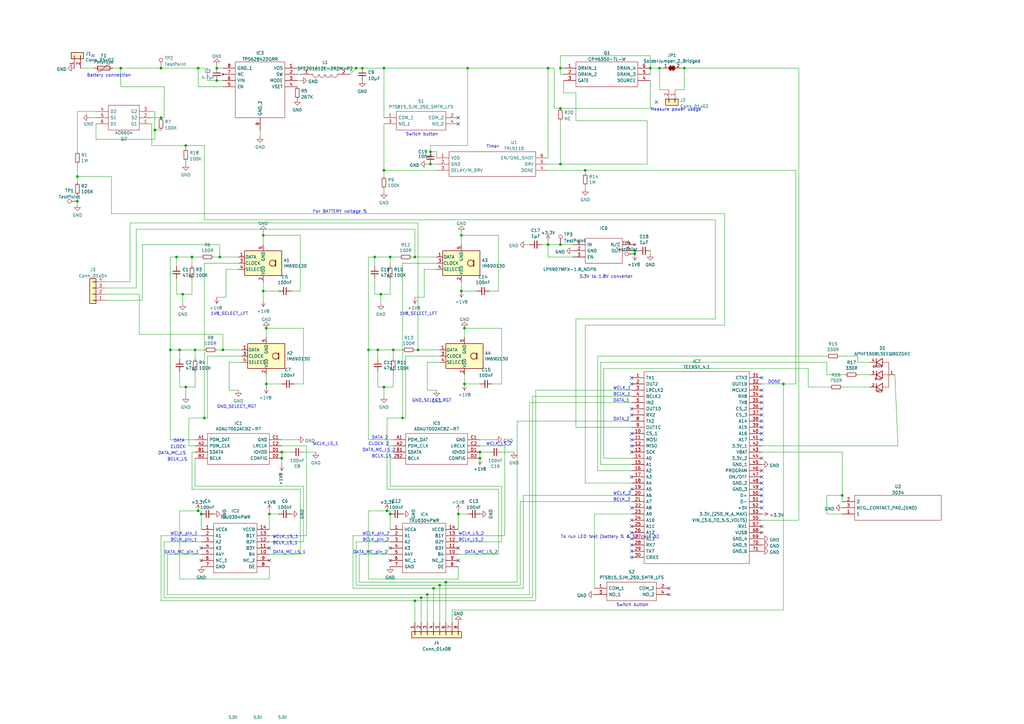
<source format=kicad_sch>
(kicad_sch (version 20250114) (generator "eeschema") (generator_version "9.0")
  (paper "A3")
  (title_block (title "SongBeam 3.1") (date "2022-11-07") (company "Royal Holloway University of London") (comment 1 " Creative Commons Attribution 4.0 International License"))
  (text "BCLK_LS\n" (at 68.58 189.23 0) (effects (font (size 1.27 1.27)) (justify left bottom)))
  (text "DATA_MC_LS 2\n" (at 148.59 185.42 0) (effects (font (size 1.27 1.27)) (justify left bottom)))
  (text "5.1KΩ  = 3.65V / 1A\n12KΩ  = 4.2V / 1A" (at 189.23 359.41 0) (effects (font (size 1.778 1.5113)) (justify left bottom)))
  (text "DATA_MC_LS_2" (at 190.5 227.33 0) (effects (font (size 1.27 1.27)) (justify left bottom)))
  (text "WCLK_LS_1" (at 128.27 182.88 0) (effects (font (size 1.27 1.27)) (justify left bottom)))
  (text "Switch button" (at 166.37 55.88 0) (effects (font (size 1.27 1.27)) (justify left bottom)))
  (text "WCLK_pin_1" (at 69.85 219.71 0) (effects (font (size 1.27 1.27)) (justify left bottom)))
  (text "BCLK_LS_2" (at 187.96 222.25 0) (effects (font (size 1.27 1.27)) (justify left bottom)))
  (text "CLOCK 2\n" (at 151.13 182.88 0) (effects (font (size 1.27 1.27)) (justify left bottom)))
  (text "DATA_MC_LS\n" (at 64.77 186.69 0) (effects (font (size 1.27 1.27)) (justify left bottom)))
  (text "Battery connection" (at 35.56 31.75 0) (effects (font (size 1.27 1.27)) (justify left bottom)))
  (text "CLOCK\n" (at 69.85 184.15 0) (effects (font (size 1.27 1.27)) (justify left bottom)))
  (text "WCLK_2" (at 251.46 203.2 0) (effects (font (size 1.27 1.27)) (justify left bottom)))
  (text "BCLK_pin_1" (at 69.85 222.25 0) (effects (font (size 1.27 1.27)) (justify left bottom)))
  (text "WCLK_LS_2" (at 187.96 219.71 0) (effects (font (size 1.27 1.27)) (justify left bottom)))
  (text "300Ω  = 1000mA\n600Ω  = 500mA\n1200Ω  = 250mA" (at 181.61 384.81 0) (effects (font (size 1.778 1.5113)) (justify left bottom)))
  (text "3.3V to 1.8V converter" (at 237.49 114.3 0) (effects (font (size 1.27 1.27)) (justify left bottom)))
  (text "GND_SELECT_RGT\n" (at 88.9 167.64 0) (effects (font (size 1.27 1.27)) (justify left bottom)))
  (text "DATA 2" (at 152.4 180.34 0) (effects (font (size 1.27 1.27)) (justify left bottom)))
  (text "WCLK_1" (at 251.46 160.02 0) (effects (font (size 1.27 1.27)) (justify left bottom)))
  (text "BCLK_2" (at 251.46 205.74 0) (effects (font (size 1.27 1.27)) (justify left bottom)))
  (text "1V8_SELECT_LFT" (at 163.83 129.54 0) (effects (font (size 1.27 1.27)) (justify left bottom)))
  (text "WCLK_LS_1" (at 111.76 220.98 0) (effects (font (size 1.27 1.27)) (justify left bottom)))
  (text "To run LED test (battery % & SD card %)" (at 229.87 220.98 0) (effects (font (size 1.27 1.27)) (justify left bottom)))
  (text "DATA_MC_pin_1\n" (at 67.31 227.33 0) (effects (font (size 1.27 1.27)) (justify left bottom)))
  (text "BCLK_1" (at 251.46 162.56 0) (effects (font (size 1.27 1.27)) (justify left bottom)))
  (text "For BATTERY voltage %" (at 128.27 87.63 0) (effects (font (size 1.27 1.27)) (justify left bottom)))
  (text "WCLK_LS_2" (at 199.39 182.88 0) (effects (font (size 1.27 1.27)) (justify left bottom)))
  (text "Switch button" (at 252.73 248.92 0) (effects (font (size 1.27 1.27)) (justify left bottom)))
  (text "BCLK_LS_1" (at 111.76 223.52 0) (effects (font (size 1.27 1.27)) (justify left bottom)))
  (text "1V8_SELECT_LFT" (at 86.36 129.54 0) (effects (font (size 1.27 1.27)) (justify left bottom)))
  (text "WCLK_pin_2" (at 148.59 219.71 0) (effects (font (size 1.27 1.27)) (justify left bottom)))
  (text "DATA\n" (at 71.12 181.61 0) (effects (font (size 1.27 1.27)) (justify left bottom)))
  (text "Measure power usage\n" (at 266.7 45.72 0) (effects (font (size 1.27 1.27)) (justify left bottom)))
  (text "DATA_MC_LS_1" (at 111.76 227.33 0) (effects (font (size 1.27 1.27)) (justify left bottom)))
  (text "BCLK_LS 2\n" (at 152.4 187.96 0) (effects (font (size 1.27 1.27)) (justify left bottom)))
  (text "DATA_MC_pin_2\n" (at 144.78 227.33 0) (effects (font (size 1.27 1.27)) (justify left bottom)))
  (text "DONE" (at 314.96 157.48 0) (effects (font (size 1.27 1.27)) (justify left bottom)))
  (text "DATA_1" (at 251.46 165.1 0) (effects (font (size 1.27 1.27)) (justify left bottom)))
  (text "BCLK_pin_2" (at 148.59 222.25 0) (effects (font (size 1.27 1.27)) (justify left bottom)))
  (text "GND_SELECT_RGT\n" (at 168.91 165.1 0) (effects (font (size 1.27 1.27)) (justify left bottom)))
  (text "Timer" (at 199.39 60.96 0) (effects (font (size 1.27 1.27)) (justify left bottom)))
  (text "DATA_2" (at 251.46 172.72 0) (effects (font (size 1.27 1.27)) (justify left bottom)))
  (junction (at 270.51 27.94))
  (junction (at 109.22 134.62))
  (junction (at 83.82 171.45))
  (junction (at 224.79 27.94))
  (junction (at 156.21 120.65))
  (junction (at 160.02 210.82))
  (junction (at 157.48 27.94))
  (junction (at 153.67 105.41))
  (junction (at 171.45 143.51))
  (junction (at 154.94 143.51))
  (junction (at 66.04 27.94))
  (junction (at 110.49 210.82))
  (junction (at 177.8 241.3))
  (junction (at 288.29 359.41))
  (junction (at 224.79 100.33))
  (junction (at 158.75 209.55))
  (junction (at 260.35 104.14))
  (junction (at 189.23 96.52))
  (junction (at 115.57 185.42))
  (junction (at 81.28 27.94))
  (junction (at 321.31 157.48))
  (junction (at 107.95 119.38))
  (junction (at 161.29 143.51))
  (junction (at 81.28 209.55))
  (junction (at 90.17 105.41))
  (junction (at 151.13 143.51))
  (junction (at 49.53 27.94))
  (junction (at 109.22 157.48))
  (junction (at 229.87 100.33))
  (junction (at 160.02 105.41))
  (junction (at 170.18 246.38))
  (junction (at 345.44 203.2))
  (junction (at 107.95 96.52))
  (junction (at 76.2 59.69))
  (junction (at 189.23 119.38))
  (junction (at 229.87 67.31))
  (junction (at 158.75 354.33))
  (junction (at 196.85 187.96))
  (junction (at 157.48 158.75))
  (junction (at 182.88 238.76))
  (junction (at 31.75 72.39))
  (junction (at 166.37 377.19))
  (junction (at 76.2 158.75))
  (junction (at 190.5 157.48))
  (junction (at 88.9 27.94))
  (junction (at 74.93 120.65))
  (junction (at 229.87 44.45))
  (junction (at 175.26 243.84))
  (junction (at 69.85 143.51))
  (junction (at 156.21 377.19))
  (junction (at 190.5 134.62))
  (junction (at 247.65 389.89))
  (junction (at 73.66 143.51))
  (junction (at 176.53 62.23))
  (junction (at 229.87 27.94))
  (junction (at 157.48 69.85))
  (junction (at 115.57 187.96))
  (junction (at 240.03 69.85))
  (junction (at 63.5 53.34))
  (junction (at 191.77 27.94))
  (junction (at 82.55 210.82))
  (junction (at 148.59 27.94))
  (junction (at 288.29 354.33))
  (junction (at 187.96 210.82))
  (junction (at 88.9 33.02))
  (junction (at 242.57 341.63))
  (junction (at 165.1 171.45))
  (junction (at 146.05 27.94))
  (junction (at 172.72 245.11))
  (junction (at 72.39 105.41))
  (junction (at 266.7 27.94))
  (junction (at 66.04 48.26))
  (junction (at 78.74 105.41))
  (junction (at 180.34 240.03))
  (junction (at 260.35 102.87))
  (junction (at 31.75 82.55))
  (junction (at 91.44 143.51))
  (junction (at 80.01 143.51))
  (junction (at 196.85 185.42))
  (junction (at 176.53 67.31))
  (junction (at 280.67 27.94))
  (junction (at 170.18 105.41))
  (no_connect (at 312.42 208.28))
  (no_connect (at 259.08 200.66))
  (no_connect (at 259.08 157.48))
  (no_connect (at 259.08 223.52))
  (no_connect (at 312.42 177.8))
  (no_connect (at 259.08 185.42))
  (no_connect (at 259.08 180.34))
  (no_connect (at 312.42 215.9))
  (no_connect (at 312.42 172.72))
  (no_connect (at 312.42 218.44))
  (no_connect (at 187.96 224.79))
  (no_connect (at 274.32 241.3))
  (no_connect (at 259.08 228.6))
  (no_connect (at 259.08 220.98))
  (no_connect (at 259.08 215.9))
  (no_connect (at 259.08 177.8))
  (no_connect (at 187.96 48.26))
  (no_connect (at 312.42 154.94))
  (no_connect (at 312.42 175.26))
  (no_connect (at 259.08 170.18))
  (no_connect (at 160.02 229.87))
  (no_connect (at 160.02 224.79))
  (no_connect (at 187.96 229.87))
  (no_connect (at 82.55 229.87))
  (no_connect (at 110.49 229.87))
  (no_connect (at 312.42 195.58))
  (no_connect (at 110.49 224.79))
  (no_connect (at 82.55 224.79))
  (no_connect (at 312.42 200.66))
  (no_connect (at 312.42 198.12))
  (no_connect (at 312.42 160.02))
  (no_connect (at 259.08 208.28))
  (no_connect (at 312.42 165.1))
  (no_connect (at 187.96 50.8))
  (no_connect (at 269.24 41.91))
  (no_connect (at 312.42 170.18))
  (no_connect (at 259.08 213.36))
  (no_connect (at 259.08 167.64))
  (no_connect (at 259.08 154.94))
  (no_connect (at 259.08 218.44))
  (no_connect (at 312.42 193.04))
  (no_connect (at 274.32 243.84))
  (no_connect (at 259.08 226.06))
  (no_connect (at 259.08 195.58))
  (no_connect (at 312.42 205.74))
  (no_connect (at 312.42 180.34))
  (no_connect (at 38.1 22.86))
  (no_connect (at 312.42 203.2))
  (no_connect (at 312.42 162.56))
  (no_connect (at 312.42 167.64))
  (no_connect (at 259.08 182.88))
  (no_connect (at 312.42 187.96))
  (wire (pts (xy 205.74 185.42) (xy 210.82 185.42)))
  (wire (pts (xy 45.72 72.39) (xy 45.72 87.63)))
  (wire (pts (xy 78.74 185.42) (xy 80.01 185.42)))
  (wire (pts (xy 125.73 313.69) (xy 138.43 313.69)) (stroke (width 0.1524)))
  (wire (pts (xy 99.06 146.05) (xy 85.09 146.05)))
  (wire (pts (xy 76.2 158.75) (xy 73.66 158.75)))
  (wire (pts (xy 97.79 105.41) (xy 90.17 105.41)))
  (wire (pts (xy 73.66 209.55) (xy 81.28 209.55)))
  (wire (pts (xy 187.96 237.49) (xy 187.96 232.41)))
  (wire (pts (xy 205.74 157.48) (xy 201.93 157.48)))
  (wire (pts (xy 224.79 27.94) (xy 224.79 64.77)))
  (wire (pts (xy 144.78 241.3) (xy 177.8 241.3)))
  (wire (pts (xy 262.89 356.87) (xy 275.59 356.87)) (stroke (width 0.1524)))
  (wire (pts (xy 66.04 27.94) (xy 81.28 27.94)))
  (wire (pts (xy 232.41 344.17) (xy 232.41 331.47)) (stroke (width 0.1524)))
  (wire (pts (xy 78.74 200.66) (xy 78.74 185.42)))
  (wire (pts (xy 62.23 50.8) (xy 62.23 59.69)))
  (wire (pts (xy 88.9 33.02) (xy 91.44 33.02)))
  (wire (pts (xy 69.85 105.41) (xy 72.39 105.41)))
  (wire (pts (xy 46.355 27.94) (xy 49.53 27.94)))
  (wire (pts (xy 49.53 27.94) (xy 66.04 27.94)))
  (wire (pts (xy 236.22 130.81) (xy 236.22 175.26)))
  (wire (pts (xy 234.95 377.19) (xy 234.95 364.49)) (stroke (width 0.1524)))
  (wire (pts (xy 92.71 110.49) (xy 92.71 121.92)))
  (wire (pts (xy 72.39 120.65) (xy 72.39 114.3)))
  (wire (pts (xy 214.63 203.2) (xy 259.08 203.2)))
  (wire (pts (xy 161.29 187.96) (xy 160.02 187.96)))
  (wire (pts (xy 72.39 105.41) (xy 78.74 105.41)))
  (wire (pts (xy 109.22 134.62) (xy 109.22 138.43)))
  (wire (pts (xy 105.41 303.53) (xy 105.41 300.99)) (stroke (width 0.1524)))
  (wire (pts (xy 36.83 48.26) (xy 39.37 48.26)))
  (wire (pts (xy 224.79 99.06) (xy 224.79 100.33)))
  (wire (pts (xy 187.96 209.55) (xy 187.96 210.82)))
  (wire (pts (xy 236.22 49.53) (xy 236.22 38.1)))
  (wire (pts (xy 157.48 69.85) (xy 157.48 72.39)))
  (wire (pts (xy 124.46 199.39) (xy 80.01 199.39)))
  (wire (pts (xy 191.77 27.94) (xy 224.79 27.94)))
  (wire (pts (xy 259.08 198.12) (xy 240.03 198.12)))
  (wire (pts (xy 85.09 33.02) (xy 88.9 33.02)))
  (wire (pts (xy 63.5 57.15) (xy 39.37 57.15)))
  (wire (pts (xy 224.79 27.94) (xy 227.33 27.94)))
  (wire (pts (xy 166.37 377.19) (xy 176.53 377.19)) (stroke (width 0.1524)))
  (wire (pts (xy 90.17 105.41) (xy 87.63 105.41)))
  (wire (pts (xy 158.75 349.25) (xy 184.15 349.25)) (stroke (width 0.1524)))
  (wire (pts (xy 170.18 246.38) (xy 170.18 255.27)))
  (wire (pts (xy 43.18 115.57) (xy 53.34 115.57)))
  (wire (pts (xy 270.51 27.94) (xy 270.51 36.83)))
  (wire (pts (xy 326.39 69.85) (xy 326.39 157.48)))
  (wire (pts (xy 191.77 59.69) (xy 191.77 27.94)))
  (wire (pts (xy 219.71 160.02) (xy 219.71 246.38)))
  (wire (pts (xy 165.1 171.45) (xy 158.75 171.45)))
  (wire (pts (xy 182.88 238.76) (xy 182.88 255.27)))
  (wire (pts (xy 157.48 27.94) (xy 191.77 27.94)))
  (wire (pts (xy 81.28 27.94) (xy 85.09 27.94)))
  (wire (pts (xy 124.46 185.42) (xy 129.54 185.42)))
  (wire (pts (xy 247.65 187.96) (xy 259.08 187.96)))
  (wire (pts (xy 93.98 148.59) (xy 93.98 160.02)))
  (wire (pts (xy 327.66 27.94) (xy 327.66 213.36)))
  (wire (pts (xy 121.92 27.94) (xy 146.05 27.94)))
  (wire (pts (xy 74.93 120.65) (xy 74.93 124.46)))
  (wire (pts (xy 205.74 134.62) (xy 205.74 157.48)))
  (wire (pts (xy 182.88 238.76) (xy 212.09 238.76)))
  (wire (pts (xy 67.31 245.11) (xy 172.72 245.11)))
  (wire (pts (xy 345.44 203.2) (xy 345.44 205.74)))
  (wire (pts (xy 187.96 210.82) (xy 187.96 217.17)))
  (wire (pts (xy 187.96 222.25) (xy 205.74 222.25)))
  (wire (pts (xy 240.03 377.19) (xy 234.95 377.19)) (stroke (width 0.1524)))
  (wire (pts (xy 99.06 148.59) (xy 93.98 148.59)))
  (wire (pts (xy 246.38 190.5) (xy 259.08 190.5)))
  (wire (pts (xy 130.81 354.33) (xy 158.75 354.33)) (stroke (width 0.1524)))
  (wire (pts (xy 227.33 44.45) (xy 229.87 44.45)))
  (wire (pts (xy 124.46 134.62) (xy 124.46 157.48)))
  (wire (pts (xy 62.23 59.69) (xy 76.2 59.69)))
  (wire (pts (xy 156.21 120.65) (xy 156.21 124.46)))
  (wire (pts (xy 110.49 237.49) (xy 110.49 232.41)))
  (wire (pts (xy 151.13 180.34) (xy 161.29 180.34)))
  (wire (pts (xy 153.67 109.22) (xy 153.67 105.41)))
  (wire (pts (xy 73.66 158.75) (xy 73.66 152.4)))
  (wire (pts (xy 265.43 49.53) (xy 265.43 67.31)))
  (wire (pts (xy 83.82 107.95) (xy 83.82 171.45)))
  (wire (pts (xy 31.75 45.72) (xy 39.37 45.72)))
  (wire (pts (xy 69.85 105.41) (xy 69.85 143.51)))
  (wire (pts (xy 345.44 158.75) (xy 356.87 158.75)))
  (wire (pts (xy 171.45 143.51) (xy 170.18 143.51)))
  (wire (pts (xy 224.79 67.31) (xy 229.87 67.31)))
  (wire (pts (xy 53.34 91.44) (xy 53.34 115.57)))
  (wire (pts (xy 58.42 123.19) (xy 43.18 123.19)))
  (wire (pts (xy 125.73 219.71) (xy 125.73 182.88)))
  (wire (pts (xy 160.02 217.17) (xy 160.02 210.82)))
  (wire (pts (xy 85.09 146.05) (xy 85.09 171.45)))
  (wire (pts (xy 157.48 158.75) (xy 157.48 162.56)))
  (wire (pts (xy 217.17 165.1) (xy 259.08 165.1)))
  (wire (pts (xy 91.44 137.16) (xy 57.15 137.16)))
  (wire (pts (xy 38.1 349.25) (xy 33.02 349.25)) (stroke (width 0.1524)))
  (wire (pts (xy 82.55 105.41) (xy 78.74 105.41)))
  (wire (pts (xy 231.14 38.1) (xy 231.14 33.02)))
  (wire (pts (xy 88.9 26.67) (xy 88.9 27.94)))
  (wire (pts (xy 218.44 162.56) (xy 218.44 245.11)))
  (wire (pts (xy 339.09 210.82) (xy 339.09 203.2)))
  (wire (pts (xy 176.53 59.69) (xy 176.53 62.23)))
  (wire (pts (xy 63.5 53.34) (xy 66.04 53.34)))
  (wire (pts (xy 229.87 49.53) (xy 229.87 67.31)))
  (wire (pts (xy 151.13 364.49) (xy 130.81 364.49)) (stroke (width 0.1524)))
  (wire (pts (xy 66.04 48.26) (xy 62.23 48.26)))
  (wire (pts (xy 69.85 143.51) (xy 69.85 180.34)))
  (wire (pts (xy 115.57 185.42) (xy 115.57 187.96)))
  (wire (pts (xy 331.47 158.75) (xy 340.36 158.75)))
  (wire (pts (xy 266.7 27.94) (xy 270.51 27.94)))
  (wire (pts (xy 175.26 148.59) (xy 175.26 160.02)))
  (wire (pts (xy 293.37 90.17) (xy 293.37 130.81)))
  (wire (pts (xy 107.95 95.25) (xy 107.95 96.52)))
  (wire (pts (xy 229.87 67.31) (xy 265.43 67.31)))
  (wire (pts (xy 160.02 210.82) (xy 160.02 209.55)))
  (wire (pts (xy 240.03 76.2) (xy 240.03 77.47)))
  (wire (pts (xy 124.46 157.48) (xy 120.65 157.48)))
  (wire (pts (xy 133.35 308.61) (xy 133.35 303.53)) (stroke (width 0.1524)))
  (wire (pts (xy 189.23 96.52) (xy 189.23 100.33)))
  (wire (pts (xy 69.85 180.34) (xy 80.01 180.34)))
  (wire (pts (xy 176.53 67.31) (xy 179.07 67.31)))
  (wire (pts (xy 246.38 148.59) (xy 339.09 148.59)))
  (wire (pts (xy 62.23 45.72) (xy 63.5 45.72)))
  (wire (pts (xy 190.5 134.62) (xy 205.74 134.62)))
  (wire (pts (xy 76.2 59.69) (xy 76.2 60.96)))
  (wire (pts (xy 130.81 361.95) (xy 151.13 361.95)) (stroke (width 0.1524)))
  (wire (pts (xy 260.35 102.87) (xy 261.62 102.87)))
  (wire (pts (xy 339.09 148.59) (xy 339.09 153.67)))
  (wire (pts (xy 107.95 96.52) (xy 107.95 100.33)))
  (wire (pts (xy 49.53 27.94) (xy 49.53 35.56)))
  (wire (pts (xy 105.41 311.15) (xy 105.41 318.77)) (stroke (width 0.1524)))
  (wire (pts (xy 91.44 35.56) (xy 81.28 35.56)))
  (wire (pts (xy 288.29 349.25) (xy 288.29 354.33)) (stroke (width 0.1524)))
  (wire (pts (xy 107.95 96.52) (xy 123.19 96.52)))
  (wire (pts (xy 157.48 158.75) (xy 154.94 158.75)))
  (wire (pts (xy 218.44 162.56) (xy 259.08 162.56)))
  (wire (pts (xy 240.03 133.35) (xy 297.18 133.35)))
  (wire (pts (xy 187.96 227.33) (xy 204.47 227.33)))
  (wire (pts (xy 83.82 59.69) (xy 83.82 90.17)))
  (wire (pts (xy 160.02 219.71) (xy 144.78 219.71)))
  (wire (pts (xy 245.11 146.05) (xy 245.11 193.04)))
  (wire (pts (xy 151.13 143.51) (xy 154.94 143.51)))
  (wire (pts (xy 172.72 245.11) (xy 218.44 245.11)))
  (wire (pts (xy 151.13 359.41) (xy 130.81 359.41)) (stroke (width 0.1524)))
  (wire (pts (xy 229.87 100.33) (xy 234.95 100.33)))
  (wire (pts (xy 247.65 384.81) (xy 247.65 389.89)) (stroke (width 0.1524)))
  (wire (pts (xy 321.31 250.19) (xy 185.42 250.19)))
  (wire (pts (xy 151.13 105.41) (xy 153.67 105.41)))
  (wire (pts (xy 110.49 227.33) (xy 123.19 227.33)))
  (wire (pts (xy 179.07 105.41) (xy 170.18 105.41)))
  (wire (pts (xy 187.96 210.82) (xy 191.77 210.82)))
  (wire (pts (xy 243.84 210.82) (xy 243.84 241.3)))
  (wire (pts (xy 339.09 153.67) (xy 346.71 153.67)))
  (wire (pts (xy 170.18 93.98) (xy 55.88 93.98)))
  (wire (pts (xy 181.61 326.39) (xy 168.91 326.39)) (stroke (width 0.1524)))
  (wire (pts (xy 82.55 227.33) (xy 68.58 227.33)))
  (wire (pts (xy 345.44 185.42) (xy 345.44 203.2)))
  (wire (pts (xy 229.87 44.45) (xy 266.7 44.45)))
  (wire (pts (xy 368.3 182.88) (xy 367.03 153.67)))
  (wire (pts (xy 240.03 133.35) (xy 240.03 198.12)))
  (wire (pts (xy 204.47 200.66) (xy 204.47 227.33)))
  (wire (pts (xy 279.4 27.94) (xy 280.67 27.94)))
  (wire (pts (xy 115.57 157.48) (xy 109.22 157.48)))
  (wire (pts (xy 240.03 69.85) (xy 224.79 69.85)))
  (wire (pts (xy 90.17 100.33) (xy 58.42 100.33)))
  (wire (pts (xy 76.2 59.69) (xy 83.82 59.69)))
  (wire (pts (xy 196.85 185.42) (xy 196.85 187.96)))
  (wire (pts (xy 55.88 93.98) (xy 55.88 118.11)))
  (wire (pts (xy 153.67 105.41) (xy 160.02 105.41)))
  (wire (pts (xy 267.97 351.79) (xy 267.97 346.71)) (stroke (width 0.1524)))
  (wire (pts (xy 242.57 341.63) (xy 242.57 344.17)) (stroke (width 0.1524)))
  (wire (pts (xy 351.79 148.59) (xy 356.87 148.59)))
  (wire (pts (xy 213.36 205.74) (xy 259.08 205.74)))
  (wire (pts (xy 247.65 151.13) (xy 331.47 151.13)))
  (wire (pts (xy 77.47 171.45) (xy 77.47 182.88)))
  (wire (pts (xy 109.22 157.48) (xy 109.22 158.75)))
  (wire (pts (xy 109.22 134.62) (xy 124.46 134.62)))
  (wire (pts (xy 229.87 27.94) (xy 229.87 30.48)))
  (wire (pts (xy 275.59 361.95) (xy 257.81 361.95)) (stroke (width 0.1524)))
  (wire (pts (xy 280.67 36.83) (xy 280.67 27.94)))
  (wire (pts (xy 83.82 171.45) (xy 85.09 171.45)))
  (wire (pts (xy 266.7 102.87) (xy 266.7 104.14)))
  (wire (pts (xy 123.19 96.52) (xy 123.19 119.38)))
  (wire (pts (xy 161.29 185.42) (xy 158.75 185.42)))
  (wire (pts (xy 161.29 158.75) (xy 157.48 158.75)))
  (wire (pts (xy 68.58 243.84) (xy 175.26 243.84)))
  (wire (pts (xy 82.55 217.17) (xy 82.55 210.82)))
  (wire (pts (xy 227.33 27.94) (xy 227.33 44.45)))
  (wire (pts (xy 80.01 158.75) (xy 76.2 158.75)))
  (wire (pts (xy 312.42 185.42) (xy 345.44 185.42)))
  (wire (pts (xy 160.02 227.33) (xy 147.32 227.33)))
  (wire (pts (xy 55.88 359.41) (xy 55.88 361.95)) (stroke (width 0.1524)))
  (wire (pts (xy 213.36 240.03) (xy 213.36 205.74)))
  (wire (pts (xy 177.8 241.3) (xy 177.8 255.27)))
  (wire (pts (xy 189.23 318.77) (xy 189.23 321.31)) (stroke (width 0.1524)))
  (wire (pts (xy 168.91 313.69) (xy 186.69 313.69)) (stroke (width 0.1524)))
  (wire (pts (xy 245.11 146.05) (xy 339.09 146.05)))
  (wire (pts (xy 88.9 121.92) (xy 92.71 121.92)))
  (wire (pts (xy 73.66 209.55) (xy 73.66 237.49)))
  (wire (pts (xy 124.46 222.25) (xy 124.46 199.39)))
  (wire (pts (xy 326.39 69.85) (xy 240.03 69.85)))
  (wire (pts (xy 148.59 27.94) (xy 157.48 27.94)))
  (wire (pts (xy 351.79 146.05) (xy 351.79 148.59)))
  (wire (pts (xy 160.02 120.65) (xy 156.21 120.65)))
  (wire (pts (xy 67.31 222.25) (xy 67.31 245.11)))
  (wire (pts (xy 173.99 367.03) (xy 173.99 364.49)) (stroke (width 0.1524)))
  (wire (pts (xy 114.3 119.38) (xy 107.95 119.38)))
  (wire (pts (xy 74.93 120.65) (xy 72.39 120.65)))
  (wire (pts (xy 123.19 200.66) (xy 123.19 227.33)))
  (wire (pts (xy 157.48 69.85) (xy 179.07 69.85)))
  (wire (pts (xy 266.7 44.45) (xy 266.7 33.02)))
  (wire (pts (xy 31.75 67.31) (xy 31.75 72.39)))
  (wire (pts (xy 214.63 241.3) (xy 214.63 203.2)))
  (wire (pts (xy 158.75 354.33) (xy 158.75 349.25)) (stroke (width 0.1524)))
  (wire (pts (xy 160.02 199.39) (xy 205.74 199.39)))
  (wire (pts (xy 45.72 87.63) (xy 297.18 87.63)))
  (wire (pts (xy 190.5 157.48) (xy 196.85 157.48)))
  (wire (pts (xy 33.02 359.41) (xy 40.64 359.41)) (stroke (width 0.1524)))
  (wire (pts (xy 236.22 175.26) (xy 259.08 175.26)))
  (wire (pts (xy 82.55 222.25) (xy 67.31 222.25)))
  (wire (pts (xy 107.95 119.38) (xy 107.95 123.19)))
  (wire (pts (xy 229.87 22.86) (xy 229.87 27.94)))
  (wire (pts (xy 288.29 359.41) (xy 288.29 364.49)) (stroke (width 0.1524)))
  (wire (pts (xy 73.66 143.51) (xy 80.01 143.51)))
  (wire (pts (xy 180.34 240.03) (xy 180.34 255.27)))
  (wire (pts (xy 212.09 172.72) (xy 259.08 172.72)))
  (wire (pts (xy 31.75 82.55) (xy 31.75 83.82)))
  (wire (pts (xy 110.49 210.82) (xy 114.3 210.82)))
  (wire (pts (xy 321.31 157.48) (xy 312.42 157.48)))
  (wire (pts (xy 270.51 27.94) (xy 271.78 27.94)))
  (wire (pts (xy 265.43 49.53) (xy 236.22 49.53)))
  (wire (pts (xy 163.83 105.41) (xy 160.02 105.41)))
  (wire (pts (xy 69.85 143.51) (xy 73.66 143.51)))
  (wire (pts (xy 154.94 143.51) (xy 161.29 143.51)))
  (wire (pts (xy 168.91 318.77) (xy 189.23 318.77)) (stroke (width 0.1524)))
  (wire (pts (xy 168.91 308.61) (xy 176.53 308.61)) (stroke (width 0.1524)))
  (wire (pts (xy 57.15 137.16) (xy 57.15 120.65)))
  (wire (pts (xy 166.37 146.05) (xy 166.37 171.45)))
  (wire (pts (xy 222.25 100.33) (xy 224.79 100.33)))
  (wire (pts (xy 165.1 143.51) (xy 161.29 143.51)))
  (wire (pts (xy 196.85 182.88) (xy 207.01 182.88)))
  (wire (pts (xy 115.57 180.34) (xy 121.92 180.34)))
  (wire (pts (xy 267.97 341.63) (xy 267.97 334.01)) (stroke (width 0.1524)))
  (wire (pts (xy 97.79 110.49) (xy 92.71 110.49)))
  (wire (pts (xy 78.74 200.66) (xy 123.19 200.66)))
  (wire (pts (xy 276.86 36.83) (xy 280.67 36.83)))
  (wire (pts (xy 115.57 303.53) (xy 115.57 300.99)) (stroke (width 0.1524)))
  (wire (pts (xy 180.34 240.03) (xy 213.36 240.03)))
  (wire (pts (xy 275.59 349.25) (xy 288.29 349.25)) (stroke (width 0.1524)))
  (wire (pts (xy 107.95 115.57) (xy 107.95 119.38)))
  (wire (pts (xy 153.67 120.65) (xy 153.67 114.3)))
  (wire (pts (xy 138.43 308.61) (xy 133.35 308.61)) (stroke (width 0.1524)))
  (wire (pts (xy 146.05 240.03) (xy 180.34 240.03)))
  (wire (pts (xy 224.79 100.33) (xy 224.79 105.41)))
  (wire (pts (xy 109.22 153.67) (xy 109.22 157.48)))
  (wire (pts (xy 175.26 67.31) (xy 176.53 67.31)))
  (wire (pts (xy 224.79 105.41) (xy 234.95 105.41)))
  (wire (pts (xy 161.29 143.51) (xy 161.29 147.32)))
  (wire (pts (xy 344.17 146.05) (xy 351.79 146.05)))
  (wire (pts (xy 312.42 182.88) (xy 368.3 182.88)))
  (wire (pts (xy 115.57 185.42) (xy 119.38 185.42)))
  (wire (pts (xy 45.72 72.39) (xy 31.75 72.39)))
  (wire (pts (xy 80.01 152.4) (xy 80.01 158.75)))
  (wire (pts (xy 266.7 22.86) (xy 266.7 27.94)))
  (wire (pts (xy 240.03 379.73) (xy 240.03 392.43)) (stroke (width 0.1524)))
  (wire (pts (xy 123.19 119.38) (xy 119.38 119.38)))
  (wire (pts (xy 236.22 38.1) (xy 231.14 38.1)))
  (wire (pts (xy 93.98 160.02) (xy 97.79 160.02)))
  (wire (pts (xy 326.39 157.48) (xy 321.31 157.48)))
  (wire (pts (xy 224.79 328.93) (xy 224.79 306.07)) (stroke (width 0.1524)))
  (wire (pts (xy 262.89 354.33) (xy 262.89 356.87)) (stroke (width 0.1524)))
  (wire (pts (xy 146.05 222.25) (xy 146.05 240.03)))
  (wire (pts (xy 321.31 157.48) (xy 321.31 250.19)))
  (wire (pts (xy 339.09 203.2) (xy 345.44 203.2)))
  (wire (pts (xy 160.02 114.3) (xy 160.02 120.65)))
  (wire (pts (xy 110.49 210.82) (xy 110.49 217.17)))
  (wire (pts (xy 99.06 143.51) (xy 91.44 143.51)))
  (wire (pts (xy 151.13 105.41) (xy 151.13 143.51)))
  (wire (pts (xy 205.74 199.39) (xy 205.74 222.25)))
  (wire (pts (xy 170.18 105.41) (xy 170.18 93.98)))
  (wire (pts (xy 43.18 349.25) (xy 48.26 349.25)) (stroke (width 0.1524)))
  (wire (pts (xy 115.57 311.15) (xy 115.57 313.69)) (stroke (width 0.1524)))
  (wire (pts (xy 246.38 148.59) (xy 246.38 190.5)))
  (wire (pts (xy 146.05 27.94) (xy 148.59 27.94)))
  (wire (pts (xy 229.87 22.86) (xy 266.7 22.86)))
  (wire (pts (xy 63.5 45.72) (xy 63.5 53.34)))
  (wire (pts (xy 147.32 238.76) (xy 182.88 238.76)))
  (wire (pts (xy 63.5 53.34) (xy 63.5 57.15)))
  (wire (pts (xy 83.82 171.45) (xy 77.47 171.45)))
  (wire (pts (xy 196.85 180.34) (xy 203.2 180.34)))
  (wire (pts (xy 66.04 246.38) (xy 170.18 246.38)))
  (wire (pts (xy 55.88 351.79) (xy 55.88 349.25)) (stroke (width 0.1524)))
  (wire (pts (xy 67.31 48.26) (xy 66.04 48.26)))
  (wire (pts (xy 180.34 148.59) (xy 175.26 148.59)))
  (wire (pts (xy 345.44 210.82) (xy 339.09 210.82)))
  (wire (pts (xy 31.75 80.01) (xy 31.75 82.55)))
  (wire (pts (xy 173.99 110.49) (xy 173.99 121.92)))
  (wire (pts (xy 160.02 105.41) (xy 160.02 109.22)))
  (wire (pts (xy 175.26 160.02) (xy 179.07 160.02)))
  (wire (pts (xy 156.21 356.87) (xy 156.21 377.19)) (stroke (width 0.1524)))
  (wire (pts (xy 157.48 27.94) (xy 157.48 48.26)))
  (wire (pts (xy 57.15 120.65) (xy 43.18 120.65)))
  (wire (pts (xy 33.02 27.94) (xy 38.735 27.94)))
  (wire (pts (xy 154.94 147.32) (xy 154.94 143.51)))
  (wire (pts (xy 219.71 160.02) (xy 259.08 160.02)))
  (wire (pts (xy 68.58 227.33) (xy 68.58 243.84)))
  (wire (pts (xy 257.81 361.95) (xy 257.81 356.87)) (stroke (width 0.1524)))
  (wire (pts (xy 66.04 219.71) (xy 66.04 246.38)))
  (wire (pts (xy 83.82 90.17) (xy 293.37 90.17)))
  (wire (pts (xy 191.77 59.69) (xy 176.53 59.69)))
  (wire (pts (xy 185.42 250.19) (xy 185.42 255.27)))
  (wire (pts (xy 49.53 35.56) (xy 67.31 35.56)))
  (wire (pts (xy 176.53 62.23) (xy 179.07 62.23)))
  (wire (pts (xy 151.13 209.55) (xy 158.75 209.55)))
  (wire (pts (xy 297.18 133.35) (xy 297.18 87.63)))
  (wire (pts (xy 72.39 109.22) (xy 72.39 105.41)))
  (wire (pts (xy 187.96 219.71) (xy 207.01 219.71)))
  (wire (pts (xy 156.21 120.65) (xy 153.67 120.65)))
  (wire (pts (xy 115.57 182.88) (xy 125.73 182.88)))
  (wire (pts (xy 55.88 118.11) (xy 43.18 118.11)))
  (wire (pts (xy 151.13 209.55) (xy 151.13 237.49)))
  (wire (pts (xy 151.13 143.51) (xy 151.13 180.34)))
  (wire (pts (xy 170.18 121.92) (xy 173.99 121.92)))
  (wire (pts (xy 172.72 245.11) (xy 172.72 255.27)))
  (wire (pts (xy 275.59 359.41) (xy 288.29 359.41)) (stroke (width 0.1524)))
  (wire (pts (xy 331.47 151.13) (xy 331.47 158.75)))
  (wire (pts (xy 83.82 143.51) (xy 80.01 143.51)))
  (wire (pts (xy 158.75 209.55) (xy 160.02 209.55)))
  (wire (pts (xy 165.1 107.95) (xy 165.1 171.45)))
  (wire (pts (xy 186.69 313.69) (xy 186.69 306.07)) (stroke (width 0.1524)))
  (wire (pts (xy 275.59 351.79) (xy 267.97 351.79)) (stroke (width 0.1524)))
  (wire (pts (xy 156.21 377.19) (xy 166.37 377.19)) (stroke (width 0.1524)))
  (wire (pts (xy 280.67 27.94) (xy 327.66 27.94)))
  (wire (pts (xy 196.85 185.42) (xy 200.66 185.42)))
  (wire (pts (xy 161.29 152.4) (xy 161.29 158.75)))
  (wire (pts (xy 76.2 66.04) (xy 76.2 67.31)))
  (wire (pts (xy 81.28 209.55) (xy 82.55 209.55)))
  (wire (pts (xy 33.02 356.87) (xy 48.26 356.87)) (stroke (width 0.1524)))
  (wire (pts (xy 144.78 219.71) (xy 144.78 241.3)))
  (wire (pts (xy 76.2 158.75) (xy 76.2 162.56)))
  (wire (pts (xy 179.07 107.95) (xy 165.1 107.95)))
  (wire (pts (xy 151.13 237.49) (xy 187.96 237.49)))
  (wire (pts (xy 189.23 96.52) (xy 204.47 96.52)))
  (wire (pts (xy 165.1 171.45) (xy 166.37 171.45)))
  (wire (pts (xy 247.65 389.89) (xy 247.65 392.43)) (stroke (width 0.1524)))
  (wire (pts (xy 212.09 238.76) (xy 212.09 172.72)))
  (wire (pts (xy 160.02 222.25) (xy 146.05 222.25)))
  (wire (pts (xy 266.7 27.94) (xy 266.7 30.48)))
  (wire (pts (xy 288.29 354.33) (xy 288.29 359.41)) (stroke (width 0.1524)))
  (wire (pts (xy 58.42 100.33) (xy 58.42 123.19)))
  (wire (pts (xy 204.47 119.38) (xy 200.66 119.38)))
  (wire (pts (xy 229.87 30.48) (xy 231.14 30.48)))
  (wire (pts (xy 82.55 210.82) (xy 82.55 209.55)))
  (wire (pts (xy 73.66 147.32) (xy 73.66 143.51)))
  (wire (pts (xy 179.07 64.77) (xy 179.07 62.23)))
  (wire (pts (xy 130.81 351.79) (xy 151.13 351.79)) (stroke (width 0.1524)))
  (wire (pts (xy 176.53 306.07) (xy 176.53 308.61)) (stroke (width 0.1524)))
  (wire (pts (xy 260.35 102.87) (xy 260.35 104.14)))
  (wire (pts (xy 158.75 171.45) (xy 158.75 182.88)))
  (wire (pts (xy 78.74 120.65) (xy 74.93 120.65)))
  (wire (pts (xy 97.79 107.95) (xy 83.82 107.95)))
  (wire (pts (xy 240.03 69.85) (xy 240.03 71.12)))
  (wire (pts (xy 168.91 323.85) (xy 181.61 323.85)) (stroke (width 0.1524)))
  (wire (pts (xy 175.26 243.84) (xy 217.17 243.84)))
  (wire (pts (xy 77.47 182.88) (xy 80.01 182.88)))
  (wire (pts (xy 48.26 349.25) (xy 48.26 346.71)) (stroke (width 0.1524)))
  (wire (pts (xy 236.22 130.81) (xy 293.37 130.81)))
  (wire (pts (xy 243.84 210.82) (xy 259.08 210.82)))
  (wire (pts (xy 160.02 187.96) (xy 160.02 199.39)))
  (wire (pts (xy 90.17 105.41) (xy 90.17 100.33)))
  (wire (pts (xy 351.79 153.67) (xy 356.87 153.67)))
  (wire (pts (xy 123.19 30.48) (xy 121.92 30.48)))
  (wire (pts (xy 180.34 143.51) (xy 171.45 143.51)))
  (wire (pts (xy 31.75 45.72) (xy 31.75 62.23)))
  (wire (pts (xy 190.5 134.62) (xy 190.5 138.43)))
  (wire (pts (xy 158.75 200.66) (xy 204.47 200.66)))
  (wire (pts (xy 215.9 100.33) (xy 217.17 100.33)))
  (wire (pts (xy 95.25 313.69) (xy 95.25 311.15)) (stroke (width 0.1524)))
  (wire (pts (xy 110.49 209.55) (xy 110.49 210.82)))
  (wire (pts (xy 130.81 356.87) (xy 156.21 356.87)) (stroke (width 0.1524)))
  (wire (pts (xy 73.66 237.49) (xy 110.49 237.49)))
  (wire (pts (xy 78.74 114.3) (xy 78.74 120.65)))
  (wire (pts (xy 158.75 185.42) (xy 158.75 200.66)))
  (wire (pts (xy 157.48 50.8) (xy 157.48 69.85)))
  (wire (pts (xy 189.23 119.38) (xy 195.58 119.38)))
  (wire (pts (xy 81.28 35.56) (xy 81.28 27.94)))
  (wire (pts (xy 170.18 105.41) (xy 168.91 105.41)))
  (wire (pts (xy 31.75 72.39) (xy 31.75 74.93)))
  (wire (pts (xy 175.26 243.84) (xy 175.26 255.27)))
  (wire (pts (xy 179.07 110.49) (xy 173.99 110.49)))
  (wire (pts (xy 170.18 246.38) (xy 219.71 246.38)))
  (wire (pts (xy 180.34 146.05) (xy 166.37 146.05)))
  (wire (pts (xy 232.41 328.93) (xy 224.79 328.93)) (stroke (width 0.1524)))
  (wire (pts (xy 67.31 35.56) (xy 67.31 48.26)))
  (wire (pts (xy 158.75 182.88) (xy 161.29 182.88)))
  (wire (pts (xy 138.43 318.77) (xy 115.57 318.77)) (stroke (width 0.1524)))
  (wire (pts (xy 242.57 336.55) (xy 242.57 341.63)) (stroke (width 0.1524)))
  (wire (pts (xy 327.66 213.36) (xy 312.42 213.36)))
  (wire (pts (xy 91.44 143.51) (xy 91.44 137.16)))
  (wire (pts (xy 147.32 227.33) (xy 147.32 238.76)))
  (wire (pts (xy 247.65 151.13) (xy 247.65 187.96)))
  (wire (pts (xy 85.09 27.94) (xy 85.09 33.02)))
  (wire (pts (xy 143.51 30.48) (xy 146.05 27.94)))
  (wire (pts (xy 189.23 95.25) (xy 189.23 96.52)))
  (wire (pts (xy 91.44 143.51) (xy 88.9 143.51)))
  (wire (pts (xy 204.47 96.52) (xy 204.47 119.38)))
  (wire (pts (xy 110.49 219.71) (xy 125.73 219.71)))
  (wire (pts (xy 88.9 27.94) (xy 91.44 27.94)))
  (wire (pts (xy 177.8 241.3) (xy 214.63 241.3)))
  (wire (pts (xy 173.99 354.33) (xy 168.91 354.33)) (stroke (width 0.1524)))
  (wire (pts (xy 48.26 356.87) (xy 48.26 359.41)) (stroke (width 0.1524)))
  (wire (pts (xy 123.19 33.02) (xy 121.92 33.02)))
  (wire (pts (xy 80.01 187.96) (xy 80.01 199.39)))
  (wire (pts (xy 189.23 115.57) (xy 189.23 119.38)))
  (wire (pts (xy 157.48 77.47) (xy 157.48 78.74)))
  (wire (pts (xy 115.57 187.96) (xy 115.57 190.5)))
  (wire (pts (xy 110.49 222.25) (xy 124.46 222.25)))
  (wire (pts (xy 171.45 91.44) (xy 53.34 91.44)))
  (wire (pts (xy 207.01 182.88) (xy 207.01 219.71)))
  (wire (pts (xy 217.17 165.1) (xy 217.17 243.84)))
  (wire (pts (xy 138.43 323.85) (xy 130.81 323.85)) (stroke (width 0.1524)))
  (wire (pts (xy 39.37 50.8) (xy 39.37 57.15)))
  (wire (pts (xy 190.5 153.67) (xy 190.5 157.48)))
  (wire (pts (xy 224.79 100.33) (xy 229.87 100.33)))
  (wire (pts (xy 95.25 303.53) (xy 95.25 300.99)) (stroke (width 0.1524)))
  (wire (pts (xy 270.51 36.83) (xy 274.32 36.83)))
  (wire (pts (xy 138.43 326.39) (xy 138.43 334.01)) (stroke (width 0.1524)))
  (wire (pts (xy 78.74 105.41) (xy 78.74 109.22)))
  (wire (pts (xy 229.87 27.94) (xy 231.14 27.94)))
  (wire (pts (xy 171.45 143.51) (xy 171.45 91.44)))
  (wire (pts (xy 66.04 219.71) (xy 82.55 219.71)))
  (wire (pts (xy 275.59 354.33) (xy 288.29 354.33)) (stroke (width 0.1524)))
  (wire (pts (xy 106.68 55.88) (xy 106.68 53.34)))
  (wire (pts (xy 80.01 143.51) (xy 80.01 147.32)))
  (wire (pts (xy 245.11 193.04) (xy 259.08 193.04)))
  (wire (pts (xy 154.94 158.75) (xy 154.94 152.4)))
  (label "STAT1" (at 130.81 313.69 0) (effects (font (size 1.2446 1.2446))))
  (label "STAT2" (at 130.81 318.77 0) (effects (font (size 1.2446 1.2446))))
  (label "ISET" (at 173.99 326.39 0) (effects (font (size 1.2446 1.2446))))
  (label "ISET" (at 138.43 356.87 0) (effects (font (size 1.2446 1.2446))))
  (label "STAT2" (at 138.43 361.95 0) (effects (font (size 1.2446 1.2446))))
  (label "VSET" (at 173.99 323.85 0) (effects (font (size 1.2446 1.2446))))
  (label "/CE" (at 138.43 364.49 0) (effects (font (size 1.2446 1.2446))))
  (label "STAT1" (at 138.43 359.41 0) (effects (font (size 1.2446 1.2446))))
  (label "USB" (at 33.02 349.25 0) (effects (font (size 1.2446 1.2446))))
  (label "THERM" (at 138.43 351.79 0) (effects (font (size 1.2446 1.2446))))
  (label "VSET" (at 138.43 354.33 0) (effects (font (size 1.2446 1.2446))))
  (label "THERM" (at 173.99 318.77 0) (effects (font (size 1.2446 1.2446))))
  (label "/CE" (at 133.35 323.85 0) (effects (font (size 1.2446 1.2446))))
  (symbol (lib_id "SoundRecorder_2.0:ADAU7002ACBZ-R7") (at 80.01 180.34 0) (unit 1)
    (property "Reference" "IC1" (at 97.79 173.609 0))
    (property "Value" "ADAU7002ACBZ-R7" (at 97.79 175.9204 0))
    (property "Footprint" "LIB_ADAU7002ACBZ-R7-3:BGA8C40P2X4_76X156X56" (effects (hide yes)))
    (property "Datasheet" "https://componentsearchengine.com/Datasheets/2/ADAU7002ACBZ-R7.pdf" (effects (hide yes)))
    (property "Description" "ANALOG DEVICES - ADAU7002ACBZ-R7 - Audio Control, Sample Rate Converter, 1.62V to 3.6V, I2S, TDM, WLCSP, 8 Pins, -40 C" (effects (hide yes)))
    (property "Height" "0.56" (effects (hide yes)))
    (property "Manufacturer_Name" "Analog Devices" (effects (hide yes)))
    (property "Manufacturer_Part_Number" "ADAU7002ACBZ-R7" (effects (hide yes)))
    (property "Mouser Part Number" "584-ADAU7002ACBZ-R7" (effects (hide yes)))
    (property "Mouser Price/Stock" "https://www.mouser.co.uk/ProductDetail/Analog-Devices/ADAU7002ACBZ-R7?qs=BpaRKvA4VqE%2FEW%252BQvRs5Og%3D%3D" (effects (hide yes)))
    (property "Arrow Part Number" "ADAU7002ACBZ-R7" (effects (hide yes)))
    (property "Arrow Price/Stock" "https://www.arrow.com/en/products/adau7002acbz-r7/analog-devices?region=nac" (effects (hide yes)))
    (property "MANUFACTURER" "Analog Devices Inc." (effects (hide yes)))
  )
  (symbol (lib_id "SoundRecorder_2.0:LP5907MFX-1.8_NOPB") (at 234.95 100.33 0) (unit 1)
    (property "Reference" "IC6" (at 247.65 93.599 0))
    (property "Value" "LP5907MFX-1.8_NOPB" (at 233.68 110.49 0))
    (property "Footprint" "LIB_LP5907MFX-1:SOT95P280X145-5N" (effects (hide yes)))
    (property "Datasheet" "http://www.ti.com/lit/gpn/lp5907" (effects (hide yes)))
    (property "Description" "250-mA ultra-low-noise low-IQ low-dropout (LDO) linear regulator" (effects (hide yes)))
    (property "Height" "1.45" (effects (hide yes)))
    (property "Manufacturer_Name" "Texas Instruments" (effects (hide yes)))
    (property "Manufacturer_Part_Number" "LP5907MFX-1.8/NOPB" (effects (hide yes)))
    (property "Mouser Part Number" "595-LP5907MFX-1.8NPB" (effects (hide yes)))
    (property "Mouser Price/Stock" "https://www.mouser.co.uk/ProductDetail/Texas-Instruments/LP5907MFX-18-NOPB?qs=biyDIajrTn5jh5ArkSZeqw%3D%3D" (effects (hide yes)))
    (property "Arrow Part Number" "LP5907MFX-1.8/NOPB" (effects (hide yes)))
    (property "Arrow Price/Stock" "https://www.arrow.com/en/products/lp5907mfx-1.8nopb/texas-instruments?region=nac" (effects (hide yes)))
    (property "MANUFACTURER" "Texas Instruments" (effects (hide yes)))
    (property "STANDARD" "IPC-7351B" (effects (hide yes)))
    (property "PARTREV" "O" (effects (hide yes)))
    (property "MAXIMUM_PACKAGE_HEIGHT" "1.45mm" (effects (hide yes)))
  )
  (symbol (lib_id "power:+1V8") (at 88.9 121.92 180) (unit 1)
    (property "Reference" "#PWR010" (effects (hide yes)))
    (property "Value" "+1V8" (at 88.519 126.3142 0))
  )
  (symbol (lib_id "power:+1V8") (at 115.57 190.5 180) (unit 1)
    (property "Reference" "#PWR018" (effects (hide yes)))
    (property "Value" "+1V8" (at 115.189 193.7512 90) (effects (justify left)))
  )
  (symbol (lib_id "Device:C_Small") (at 121.92 185.42 270) (unit 1)
    (property "Reference" "C8" (at 121.92 191.2366 90))
    (property "Value" "100nF" (at 121.92 188.9252 90))
    (property "Footprint" "Capacitor_SMD:C_0805_2012Metric" (effects (hide yes)))
  )
  (symbol (lib_id "Sensor_Audio:IM69D130") (at 107.95 107.95 180) (unit 1)
    (property "Reference" "A1" (at 116.332 106.7816 0) (effects (justify right)))
    (property "Value" "IM69D130" (at 116.332 109.093 0) (effects (justify right)))
    (property "Footprint" "Sensor_Audio:Infineon_PG-LLGA-5-1" (effects (hide yes)))
    (property "Datasheet" "https://www.infineon.com/dgdl/Infineon-IM69D130-DS-v01_00-EN.pdf?fileId=5546d462602a9dc801607a0e46511a2e" (effects (hide yes)))
    (property "MANUFACTURER" "Infineon" (effects (hide yes)))
    (property "Manufacturer_Name" "IM69D130V01XTSA1" (effects (hide yes)))
    (property "Manufacturer_Part_Number" "IM69D130V01XTSA1" (effects (hide yes)))
    (property "Mouser Part Number" "726-IM69D130V01XTSA1" (effects (hide yes)))
  )
  (symbol (lib_id "Device:C_Small") (at 116.84 119.38 270) (unit 1)
    (property "Reference" "C5" (at 116.84 113.5634 90))
    (property "Value" "100nF" (at 116.84 115.8748 90))
    (property "Footprint" "Capacitor_SMD:C_0805_2012Metric" (effects (hide yes)))
  )
  (symbol (lib_id "Device:R_Small") (at 85.09 105.41 270) (unit 1)
    (property "Reference" "R6" (at 85.09 100.4316 90))
    (property "Value" "100R" (at 85.09 102.743 90))
    (property "Footprint" "Resistor_SMD:R_0805_2012Metric" (effects (hide yes)))
  )
  (symbol (lib_id "Device:C_Small") (at 72.39 111.76 0) (unit 1)
    (property "Reference" "C1" (at 74.7268 110.5916 0) (effects (justify left)))
    (property "Value" "47pF" (at 74.7268 112.903 0) (effects (justify left)))
    (property "Footprint" "Capacitor_SMD:C_0805_2012Metric" (effects (hide yes)))
  )
  (symbol (lib_id "Device:R_Small") (at 78.74 111.76 0) (unit 1)
    (property "Reference" "R3" (at 80.2386 110.5916 0) (effects (justify left)))
    (property "Value" "100K" (at 80.2386 112.903 0) (effects (justify left)))
    (property "Footprint" "Resistor_SMD:R_0805_2012Metric" (effects (hide yes)))
  )
  (symbol (lib_id "Sensor_Audio:IM69D130") (at 109.22 146.05 180) (unit 1)
    (property "Reference" "A2" (at 117.602 144.8816 0) (effects (justify right)))
    (property "Value" "IM69D130" (at 117.602 147.193 0) (effects (justify right)))
    (property "Footprint" "Sensor_Audio:Infineon_PG-LLGA-5-1" (effects (hide yes)))
    (property "Datasheet" "https://www.infineon.com/dgdl/Infineon-IM69D130-DS-v01_00-EN.pdf?fileId=5546d462602a9dc801607a0e46511a2e" (effects (hide yes)))
    (property "MANUFACTURER" "Infineon" (effects (hide yes)))
    (property "Manufacturer_Name" "IM69D130V01XTSA1" (effects (hide yes)))
    (property "Manufacturer_Part_Number" "IM69D130V01XTSA1" (effects (hide yes)))
    (property "Mouser Part Number" "726-IM69D130V01XTSA1" (effects (hide yes)))
  )
  (symbol (lib_id "Device:R_Small") (at 86.36 143.51 270) (unit 1)
    (property "Reference" "R8" (at 86.36 138.5316 90))
    (property "Value" "100R" (at 86.36 140.843 90))
    (property "Footprint" "Resistor_SMD:R_0805_2012Metric" (effects (hide yes)))
  )
  (symbol (lib_id "Device:C_Small") (at 73.66 149.86 0) (unit 1)
    (property "Reference" "C2" (at 75.9968 148.6916 0) (effects (justify left)))
    (property "Value" "47pF" (at 75.9968 151.003 0) (effects (justify left)))
    (property "Footprint" "Capacitor_SMD:C_0805_2012Metric" (effects (hide yes)))
  )
  (symbol (lib_id "Device:R_Small") (at 80.01 149.86 0) (unit 1)
    (property "Reference" "R4" (at 81.5086 148.6916 0) (effects (justify left)))
    (property "Value" "100K" (at 81.5086 151.003 0) (effects (justify left)))
    (property "Footprint" "Resistor_SMD:R_0805_2012Metric" (effects (hide yes)))
  )
  (symbol (lib_id "Device:C_Small") (at 219.71 100.33 90) (unit 1)
    (property "Reference" "C17" (at 219.71 94.5134 90))
    (property "Value" "1µF" (at 219.71 96.8248 90))
    (property "Footprint" "Capacitor_SMD:C_0805_2012Metric" (effects (hide yes)))
  )
  (symbol (lib_id "Device:C_Small") (at 264.16 102.87 90) (unit 1)
    (property "Reference" "C18" (at 264.16 97.0534 90))
    (property "Value" "1µF" (at 264.16 99.3648 90))
    (property "Footprint" "Capacitor_SMD:C_0805_2012Metric" (effects (hide yes)))
  )
  (symbol (lib_id "power:+1V8") (at 260.35 104.14 180) (unit 1)
    (property "Reference" "#PWR048" (effects (hide yes)))
    (property "Value" "+1V8" (at 259.969 108.5342 0))
  )
  (symbol (lib_id "SoundRecorder_2.0:PTS815_SJM_250_SMTR_LFS") (at 243.84 241.3 0) (unit 1)
    (property "Reference" "S2" (at 259.08 234.569 0))
    (property "Value" "PTS815_SJM_250_SMTR_LFS" (at 259.08 236.8804 0))
    (property "Footprint" "PTS815_SJM_250_SMTR_LFS:PTS815SJM250SMTRLFS" (effects (hide yes)))
    (property "Datasheet" "https://componentsearchengine.com/Datasheets/1/PTS815 SJM 250 SMTR LFS.pdf" (effects (hide yes)))
    (property "Description" "Tactile Switches Tact Switch, 12 VDC, 50 mA, 4.2x3.2, 2.5mm H, 180gf, J leads" (effects (hide yes)))
    (property "Height" "2.7" (effects (hide yes)))
    (property "Manufacturer_Name" "C & K COMPONENTS" (effects (hide yes)))
    (property "Manufacturer_Part_Number" "PTS815 SJM 250 SMTR LFS" (effects (hide yes)))
    (property "Mouser Part Number" "611-PTS815SJM250SMTR" (effects (hide yes)))
    (property "Mouser Price/Stock" "https://www.mouser.co.uk/ProductDetail/CK/PTS815-SJM-250-SMTR-LFS?qs=ahcBuItHZ3xKWmfV%2F2E6bA%3D%3D" (effects (hide yes)))
    (property "Arrow Part Number" "PTS815 SJM 250 SMTR LFS" (effects (hide yes)))
    (property "Arrow Price/Stock" "https://www.arrow.com/en/products/pts815-sjm-250-smtr-lfs/ck" (effects (hide yes)))
    (property "MANUFACTURER" "C&K" (effects (hide yes)))
  )
  (symbol (lib_id "SoundRecorder_2.0:APHF1608LSEEQBDZGKC") (at 361.95 153.67 180) (unit 1)
    (property "Reference" "D1" (at 361.95 142.8242 0))
    (property "Value" "APHF1608LSEEQBDZGKC" (at 361.95 145.1356 0))
    (property "Footprint" "APHF1608LSEEQBDZGKC-2:LED_APHF1608LSEEQBDZGKC" (effects (hide yes)))
    (property "Datasheet" "https://www.kingbrightusa.com/images/catalog/SPEC/APHF1608LSEEQBDZGKC.pdf" (effects (hide yes)))
    (property "PARTREV" "V.3B" (effects (hide yes)))
    (property "STANDARD" "Manufacturer Recommendations" (effects (hide yes)))
    (property "MANUFACTURER" "Kingbright" (effects (hide yes)))
    (property "MAXIMUM_PACKAGE_HEIGHT" "0.65 mm" (effects (hide yes)))
    (property "Manufacturer_Part_Number" "APHF1608LSEEQBDZGKC" (effects (hide yes)))
    (property "Mouser Part Number" "604-APHF1608LQBDZGKC" (effects (hide yes)))
  )
  (symbol (lib_id "Jumper:SolderJumper_2_Bridged") (at 275.59 27.94 0) (unit 1)
    (property "Reference" "JP1" (at 275.59 22.733 0))
    (property "Value" "SolderJumper_2_Bridged" (at 275.59 25.0444 0))
    (property "Footprint" "Jumper:SolderJumper-2_P1.3mm_Bridged_RoundedPad1.0x1.5mm" (effects (hide yes)))
  )
  (symbol (lib_id "SoundRecorder_2.0:PTS815_SJM_250_SMTR_LFS") (at 157.48 48.26 0) (unit 1)
    (property "Reference" "S1" (at 172.72 41.529 0))
    (property "Value" "PTS815_SJM_250_SMTR_LFS" (at 172.72 43.8404 0))
    (property "Footprint" "PTS815_SJM_250_SMTR_LFS:PTS815SJM250SMTRLFS" (effects (hide yes)))
    (property "Datasheet" "https://componentsearchengine.com/Datasheets/1/PTS815 SJM 250 SMTR LFS.pdf" (effects (hide yes)))
    (property "Description" "Tactile Switches Tact Switch, 12 VDC, 50 mA, 4.2x3.2, 2.5mm H, 180gf, J leads" (effects (hide yes)))
    (property "Height" "2.7" (effects (hide yes)))
    (property "Manufacturer_Name" "C & K COMPONENTS" (effects (hide yes)))
    (property "Manufacturer_Part_Number" "PTS815 SJM 250 SMTR LFS" (effects (hide yes)))
    (property "Mouser Part Number" "611-PTS815SJM250SMTR" (effects (hide yes)))
    (property "Mouser Price/Stock" "https://www.mouser.co.uk/ProductDetail/CK/PTS815-SJM-250-SMTR-LFS?qs=ahcBuItHZ3xKWmfV%2F2E6bA%3D%3D" (effects (hide yes)))
    (property "Arrow Part Number" "PTS815 SJM 250 SMTR LFS" (effects (hide yes)))
    (property "Arrow Price/Stock" "https://www.arrow.com/en/products/pts815-sjm-250-smtr-lfs/ck" (effects (hide yes)))
    (property "MANUFACTURER" "C&K" (effects (hide yes)))
  )
  (symbol (lib_id "SoundRecorder_2.0:TPL5110DDCR") (at 179.07 64.77 0) (unit 1)
    (property "Reference" "U1" (at 210.82 58.42 0))
    (property "Value" "TPL5110" (at 210.82 60.96 0))
    (property "Footprint" "TPL5110DDCR:SOT95P280X110-6N" (effects (hide yes)))
    (property "Datasheet" "https://www.ti.com/lit/ds/symlink/tpl5110.pdf?ts=1591886006313&ref_url=https://www.ti.com/store/ti/en/p/product/?p%3DTPL5110DDCR" (effects (hide yes)))
    (property "Description" "Timers & Support Products Ultr LowPowrTimerMOS drivr MOSFET Powr" (effects (hide yes)))
    (property "MANUFACTURER" "Texas Instruments" (effects (hide yes)))
    (property "Manufacturer_Part_Number" "TPL5110DDCR" (effects (hide yes)))
    (property "Height" "1.1" (effects (hide yes)))
    (property "Manufacturer_Name" "Texas Instruments" (effects (hide yes)))
    (property "Mouser Part Number" "595-TPL5110DDCR" (effects (hide yes)))
    (property "Mouser Price/Stock" "https://www.mouser.co.uk/ProductDetail/Texas-Instruments/TPL5110DDCR?qs=beZBGHSk9c0piUt1%2Ff2GSg%3D%3D" (effects (hide yes)))
    (property "Arrow Part Number" "TPL5110DDCR" (effects (hide yes)))
    (property "Arrow Price/Stock" "https://www.arrow.com/en/products/tpl5110ddcr/texas-instruments" (effects (hide yes)))
  )
  (symbol (lib_id "Device:R_Small") (at 157.48 74.93 0) (unit 1)
    (property "Reference" "R9" (at 158.9786 73.7616 0) (effects (justify left)))
    (property "Value" "100K" (at 158.9786 76.073 0) (effects (justify left)))
    (property "Footprint" "Resistor_SMD:R_0805_2012Metric" (effects (hide yes)))
  )
  (symbol (lib_id "Device:R_Small") (at 240.03 73.66 0) (unit 1)
    (property "Reference" "R14" (at 241.5286 72.4916 0) (effects (justify left)))
    (property "Value" "1M" (at 241.5286 74.803 0) (effects (justify left)))
    (property "Footprint" "Resistor_SMD:R_0805_2012Metric" (effects (hide yes)))
  )
  (symbol (lib_id "Device:R_Small") (at 31.75 64.77 0) (unit 1)
    (property "Reference" "R1" (at 33.2486 63.6016 0) (effects (justify left)))
    (property "Value" "1M" (at 33.2486 65.913 0) (effects (justify left)))
    (property "Footprint" "Resistor_SMD:R_0805_2012Metric" (effects (hide yes)))
  )
  (symbol (lib_id "Device:R_Small") (at 31.75 77.47 0) (unit 1)
    (property "Reference" "R2" (at 33.2486 76.3016 0) (effects (justify left)))
    (property "Value" "105K" (at 33.2486 78.613 0) (effects (justify left)))
    (property "Footprint" "Resistor_SMD:R_0805_2012Metric" (effects (hide yes)))
  )
  (symbol (lib_id "SoundRecorder_2.0:TEENSY_4.1") (at 259.08 154.94 0) (unit 1)
    (property "Reference" "IC7" (at 285.75 148.209 0))
    (property "Value" "TEENSY_4.1" (at 285.75 150.5204 0))
    (property "Footprint" "TEENSY_4.1:TEENSY41" (effects (hide yes)))
    (property "Datasheet" "https://www.pjrc.com/store/teensy41.html" (effects (hide yes)))
    (property "Description" "Teensy 4.1 Development Board" (effects (hide yes)))
    (property "Manufacturer_Name" "PJRC" (effects (hide yes)))
    (property "Manufacturer_Part_Number" "TEENSY 4.1" (effects (hide yes)))
    (property "MANUFACTURER" "pjrc" (effects (hide yes)))
  )
  (symbol (lib_id "Device:R_Small") (at 341.63 146.05 270) (unit 1)
    (property "Reference" "R15" (at 341.63 141.0716 90))
    (property "Value" "330R" (at 341.63 143.383 90))
    (property "Footprint" "Resistor_SMD:R_0805_2012Metric" (effects (hide yes)))
  )
  (symbol (lib_id "Device:R_Small") (at 349.25 153.67 270) (unit 1)
    (property "Reference" "R17" (at 349.25 148.6916 90))
    (property "Value" "330R" (at 349.25 151.003 90))
    (property "Footprint" "Resistor_SMD:R_0805_2012Metric" (effects (hide yes)))
  )
  (symbol (lib_id "Device:R_Small") (at 342.9 158.75 270) (unit 1)
    (property "Reference" "R16" (at 342.9 153.7716 90))
    (property "Value" "750R" (at 342.9 156.083 90))
    (property "Footprint" "Resistor_SMD:R_0805_2012Metric" (effects (hide yes)))
  )
  (symbol (lib_id "Device:R_Small") (at 166.37 105.41 270) (unit 1)
    (property "Reference" "R12" (at 166.37 100.4316 90))
    (property "Value" "100R" (at 166.37 102.743 90))
    (property "Footprint" "Resistor_SMD:R_0805_2012Metric" (effects (hide yes)))
  )
  (symbol (lib_id "Device:C_Small") (at 153.67 111.76 0) (unit 1)
    (property "Reference" "C10" (at 156.0068 110.5916 0) (effects (justify left)))
    (property "Value" "47pF" (at 156.0068 112.903 0) (effects (justify left)))
    (property "Footprint" "Capacitor_SMD:C_0805_2012Metric" (effects (hide yes)))
  )
  (symbol (lib_id "Device:R_Small") (at 160.02 111.76 0) (unit 1)
    (property "Reference" "R10" (at 161.5186 110.5916 0) (effects (justify left)))
    (property "Value" "100K" (at 161.5186 112.903 0) (effects (justify left)))
    (property "Footprint" "Resistor_SMD:R_0805_2012Metric" (effects (hide yes)))
  )
  (symbol (lib_id "Device:C_Small") (at 199.39 157.48 270) (unit 1)
    (property "Reference" "C15" (at 199.39 151.6634 90))
    (property "Value" "100nF" (at 199.39 153.9748 90))
    (property "Footprint" "Capacitor_SMD:C_0805_2012Metric" (effects (hide yes)))
  )
  (symbol (lib_id "Device:R_Small") (at 167.64 143.51 270) (unit 1)
    (property "Reference" "R13" (at 167.64 138.5316 90))
    (property "Value" "100R" (at 167.64 140.843 90))
    (property "Footprint" "Resistor_SMD:R_0805_2012Metric" (effects (hide yes)))
  )
  (symbol (lib_id "Device:C_Small") (at 154.94 149.86 0) (unit 1)
    (property "Reference" "C11" (at 157.2768 148.6916 0) (effects (justify left)))
    (property "Value" "47pF" (at 157.2768 151.003 0) (effects (justify left)))
    (property "Footprint" "Capacitor_SMD:C_0805_2012Metric" (effects (hide yes)))
  )
  (symbol (lib_id "Device:R_Small") (at 161.29 149.86 0) (unit 1)
    (property "Reference" "R11" (at 162.7886 148.6916 0) (effects (justify left)))
    (property "Value" "100K" (at 162.7886 151.003 0) (effects (justify left)))
    (property "Footprint" "Resistor_SMD:R_0805_2012Metric" (effects (hide yes)))
  )
  (symbol (lib_id "power:+1V8") (at 170.18 121.92 180) (unit 1)
    (property "Reference" "#PWR031" (effects (hide yes)))
    (property "Value" "+1V8" (at 169.799 126.3142 0))
  )
  (symbol (lib_id "Device:C_Small") (at 198.12 119.38 270) (unit 1)
    (property "Reference" "C14" (at 198.12 113.5634 90))
    (property "Value" "100nF" (at 198.12 115.8748 90))
    (property "Footprint" "Capacitor_SMD:C_0805_2012Metric" (effects (hide yes)))
  )
  (symbol (lib_id "Sensor_Audio:IM69D130") (at 189.23 107.95 180) (unit 1)
    (property "Reference" "A3" (at 197.612 106.7816 0) (effects (justify right)))
    (property "Value" "IM69D130" (at 197.612 109.093 0) (effects (justify right)))
    (property "Footprint" "Sensor_Audio:Infineon_PG-LLGA-5-1" (effects (hide yes)))
    (property "Datasheet" "https://www.infineon.com/dgdl/Infineon-IM69D130-DS-v01_00-EN.pdf?fileId=5546d462602a9dc801607a0e46511a2e" (effects (hide yes)))
    (property "MANUFACTURER" "Infineon" (effects (hide yes)))
    (property "Manufacturer_Name" "IM69D130V01XTSA1" (effects (hide yes)))
    (property "Manufacturer_Part_Number" "IM69D130V01XTSA1" (effects (hide yes)))
    (property "Mouser Part Number" "726-IM69D130V01XTSA1" (effects (hide yes)))
  )
  (symbol (lib_id "Sensor_Audio:IM69D130") (at 190.5 146.05 180) (unit 1)
    (property "Reference" "A4" (at 198.882 144.8816 0) (effects (justify right)))
    (property "Value" "IM69D130" (at 198.882 147.193 0) (effects (justify right)))
    (property "Footprint" "Sensor_Audio:Infineon_PG-LLGA-5-1" (effects (hide yes)))
    (property "Datasheet" "https://www.infineon.com/dgdl/Infineon-IM69D130-DS-v01_00-EN.pdf?fileId=5546d462602a9dc801607a0e46511a2e" (effects (hide yes)))
    (property "MANUFACTURER" "Infineon" (effects (hide yes)))
    (property "Manufacturer_Name" "IM69D130V01XTSA1" (effects (hide yes)))
    (property "Manufacturer_Part_Number" "IM69D130V01XTSA1" (effects (hide yes)))
    (property "Mouser Part Number" "726-IM69D130V01XTSA1" (effects (hide yes)))
  )
  (symbol (lib_id "Soundrecorder-2.0-rescue:ADAU7002ACBZ-R7-ADAU7002ACBZ-R7") (at 161.29 180.34 0) (unit 1)
    (property "Reference" "IC5" (at 179.07 173.609 0))
    (property "Value" "ADAU7002ACBZ-R7" (at 179.07 175.9204 0))
    (property "Footprint" "LIB_ADAU7002ACBZ-R7-3:BGA8C40P2X4_76X156X56" (effects (hide yes)))
    (property "Datasheet" "https://componentsearchengine.com/Datasheets/2/ADAU7002ACBZ-R7.pdf" (effects (hide yes)))
    (property "Description" "ANALOG DEVICES - ADAU7002ACBZ-R7 - Audio Control, Sample Rate Converter, 1.62V to 3.6V, I2S, TDM, WLCSP, 8 Pins, -40 C" (effects (hide yes)))
    (property "Height" "0.56" (effects (hide yes)))
    (property "Manufacturer_Name" "Analog Devices" (effects (hide yes)))
    (property "Manufacturer_Part_Number" "ADAU7002ACBZ-R7" (effects (hide yes)))
    (property "Mouser Part Number" "584-ADAU7002ACBZ-R7" (effects (hide yes)))
    (property "Mouser Price/Stock" "https://www.mouser.co.uk/ProductDetail/Analog-Devices/ADAU7002ACBZ-R7?qs=BpaRKvA4VqE%2FEW%252BQvRs5Og%3D%3D" (effects (hide yes)))
    (property "Arrow Part Number" "ADAU7002ACBZ-R7" (effects (hide yes)))
    (property "Arrow Price/Stock" "https://www.arrow.com/en/products/adau7002acbz-r7/analog-devices?region=nac" (effects (hide yes)))
    (property "MANUFACTURER" "Analog Devices Inc." (effects (hide yes)))
  )
  (symbol (lib_id "Device:C_Small") (at 203.2 185.42 270) (unit 1)
    (property "Reference" "C16" (at 203.2 191.2366 90))
    (property "Value" "100nF" (at 203.2 188.9252 90))
    (property "Footprint" "Capacitor_SMD:C_0805_2012Metric" (effects (hide yes)))
  )
  (symbol (lib_id "power:+1V8") (at 187.96 209.55 0) (unit 1)
    (property "Reference" "#PWR034" (effects (hide yes)))
    (property "Value" "+1V8" (at 187.96 205.9742 0))
  )
  (symbol (lib_id "power:GND") (at 345.44 208.28 270) (unit 1)
    (property "Reference" "#PWR057" (effects (hide yes)))
    (property "Value" "GND" (at 342.2651 208.7138 90) (effects (justify right)))
  )
  (symbol (lib_id "Adafruit bq25185 Breakout-eagle-import:VBAT") (at 186.69 303.53 0) (unit 1)
    (property "Reference" "#U$35" (effects (hide yes)))
    (property "Value" "VBAT" (at 185.166 302.514 0) (effects (font (size 1.27 1.0795)) (justify left bottom)))
  )
  (symbol (lib_id "power:+1V8") (at 109.22 158.75 180) (unit 1)
    (property "Reference" "#PWR016" (effects (hide yes)))
    (property "Value" "+1V8" (at 108.839 163.1442 0))
  )
  (symbol (lib_id "Adafruit bq25185 Breakout-eagle-import:5.0V") (at 95.25 298.45 0) (unit 1)
    (property "Reference" "#U$10" (effects (hide yes)))
    (property "Value" "5.0V" (at 93.726 294.894 0) (effects (font (size 1.27 1.0795)) (justify left bottom)))
  )
  (symbol (lib_id "Device:R_Small") (at 76.2 63.5 0) (unit 1)
    (property "Reference" "R18" (at 77.6986 62.6653 0) (effects (justify left)))
    (property "Value" "100K" (at 77.6986 65.2022 0) (effects (justify left)))
    (property "Footprint" "Resistor_SMD:R_0805_2012Metric" (effects (hide yes)))
  )
  (symbol (lib_id "Adafruit bq25185 Breakout-eagle-import:GND") (at 184.15 372.11 0) (unit 1)
    (property "Reference" "#U$45" (effects (hide yes)))
    (property "Value" "GND" (at 182.626 374.65 0) (effects (font (size 1.27 1.0795)) (justify left bottom)))
  )
  (symbol (lib_id "Adafruit bq25185 Breakout-eagle-import:VBAT") (at 257.81 354.33 0) (unit 1)
    (property "Reference" "#U$5" (effects (hide yes)))
    (property "Value" "VBAT" (at 256.286 353.314 0) (effects (font (size 1.27 1.0795)) (justify left bottom)))
  )
  (symbol (lib_id "Adafruit bq25185 Breakout-eagle-import:SOLDERJUMPER_CLOSED") (at 163.83 354.33 180) (unit 1)
    (property "Reference" "SJ2" (at 166.37 356.87 0) (effects (font (size 1.778 1.5113)) (justify left bottom)))
    (property "Value" "SOLDERJUMPER_CLOSED" (at 166.37 350.52 0) (effects (font (size 1.778 1.5113)) (justify left bottom)))
    (property "Footprint" "Adafruit bq25185 Breakout:SOLDERJUMPER_CLOSEDWIRE" (effects (hide yes)))
  )
  (symbol (lib_id "Adafruit bq25185 Breakout-eagle-import:GND") (at 173.99 369.57 0) (unit 1)
    (property "Reference" "#U$42" (effects (hide yes)))
    (property "Value" "GND" (at 172.466 372.11 0) (effects (font (size 1.27 1.0795)) (justify left bottom)))
  )
  (symbol (lib_id "Adafruit bq25185 Breakout-eagle-import:GND") (at 138.43 336.55 0) (unit 1)
    (property "Reference" "#U$31" (effects (hide yes)))
    (property "Value" "GND" (at 136.906 339.09 0) (effects (font (size 1.27 1.0795)) (justify left bottom)))
  )
  (symbol (lib_id "Adafruit bq25185 Breakout-eagle-import:GND") (at 242.57 346.71 0) (unit 1)
    (property "Reference" "#U$40" (effects (hide yes)))
    (property "Value" "GND" (at 241.046 349.25 0) (effects (font (size 1.27 1.0795)) (justify left bottom)))
  )
  (symbol (lib_id "Device:R_Small") (at 121.92 38.1 0) (unit 1)
    (property "Reference" "R5" (at 123.4186 37.2653 0) (effects (justify left)))
    (property "Value" "267K" (at 123.4186 39.8022 0) (effects (justify left)))
    (property "Footprint" "Resistor_SMD:R_0805_2012Metric" (effects (hide yes)))
  )
  (symbol (lib_id "Adafruit bq25185 Breakout-eagle-import:GND") (at 288.29 367.03 0) (unit 1)
    (property "Reference" "#U$12" (effects (hide yes)))
    (property "Value" "GND" (at 286.766 369.57 0) (effects (font (size 1.27 1.0795)) (justify left bottom)))
  )
  (symbol (lib_id "SoundRecorder_2.0:TXU0304PWR") (at 160.02 217.17 0) (unit 1)
    (property "Reference" "IC4" (at 173.99 210.981 0))
    (property "Value" "TXU0304PWR" (at 173.99 213.5179 0))
    (property "Footprint" "LIB_TXU0304PWR:SOP65P640X120-14N" (effects (hide yes)))
    (property "Datasheet" "https://www.ti.com/lit/ds/symlink/txu0304.pdf?ts=1627717511667&ref_url=https%253A%252F%252Fwww.ti.com%252Fproduct%252FTXU0304" (effects (hide yes)))
    (property "Description" "Translation - Voltage Levels Four channel unidirectional level shifter" (effects (hide yes)))
    (property "Height" "1.2" (effects (hide yes)))
    (property "Manufacturer_Name" "Texas Instruments" (effects (hide yes)))
    (property "Manufacturer_Part_Number" "TXU0304PWR" (effects (hide yes)))
    (property "Mouser Part Number" "595-TXU0304PWR" (effects (hide yes)))
    (property "Mouser Price/Stock" "https://www.mouser.co.uk/ProductDetail/Texas-Instruments/TXU0304PWR?qs=QNEnbhJQKvZVYXIKZoXs0A%3D%3D" (effects (hide yes)))
    (property "Arrow Part Number" "TXU0304PWR" (effects (hide yes)))
    (property "Arrow Price/Stock" "https://www.arrow.com/en/products/txu0304pwr/texas-instruments?region=nac" (effects (hide yes)))
  )
  (symbol (lib_id "Adafruit bq25185 Breakout-eagle-import:5.0V") (at 115.57 298.45 0) (unit 1)
    (property "Reference" "#U$2" (effects (hide yes)))
    (property "Value" "5.0V" (at 114.046 294.894 0) (effects (font (size 1.27 1.0795)) (justify left bottom)))
  )
  (symbol (lib_id "power:GND") (at 234.95 102.87 270) (unit 1)
    (property "Reference" "#PWR045" (effects (hide yes)))
    (property "Value" "GND" (at 231.7751 103.3038 90) (effects (justify right)))
  )
  (symbol (lib_id "power:GND") (at 129.54 185.42 0) (unit 1)
    (property "Reference" "#PWR022" (effects (hide yes)))
    (property "Value" "GND" (at 129.54 189.8634 0))
  )
  (symbol (lib_id "Adafruit bq25185 Breakout-eagle-import:VBUS") (at 48.26 344.17 0) (unit 1)
    (property "Reference" "#U$7" (effects (hide yes)))
    (property "Value" "VBUS" (at 46.736 343.154 0) (effects (font (size 1.27 1.0795)) (justify left bottom)))
  )
  (symbol (lib_id "power:GND") (at 76.2 162.56 0) (unit 1)
    (property "Reference" "#PWR05" (effects (hide yes)))
    (property "Value" "GND" (at 76.2 167.0034 0))
  )
  (symbol (lib_id "Device:C_Small") (at 148.59 30.48 0) (unit 1)
    (property "Reference" "C9" (at 150.9141 29.6516 0) (effects (justify left)))
    (property "Value" "10µF" (at 150.9141 32.1885 0) (effects (justify left)))
    (property "Footprint" "Capacitor_SMD:C_0805_2012Metric" (effects (hide yes)))
  )
  (symbol (lib_id "power:GND") (at 266.7 104.14 0) (unit 1)
    (property "Reference" "#PWR049" (effects (hide yes)))
    (property "Value" "GND" (at 266.7 108.5834 0))
  )
  (symbol (lib_id "Adafruit bq25185 Breakout-eagle-import:MOUNTINGHOLE2.5") (at 278.13 433.07 0) (unit 1)
    (property "Reference" "U$16" (effects (hide yes)))
    (property "Value" "MOUNTINGHOLE2.5" (effects (hide yes)))
    (property "Footprint" "Adafruit bq25185 Breakout:MOUNTINGHOLE_2.5_PLATED" (effects (hide yes)))
  )
  (symbol (lib_id "power:GND") (at 160.02 232.41 0) (unit 1)
    (property "Reference" "#PWR029" (effects (hide yes)))
    (property "Value" "GND" (at 160.02 236.8534 0))
  )
  (symbol (lib_id "power:GND") (at 312.42 190.5 90) (unit 1)
    (property "Reference" "#PWR051" (effects (hide yes)))
    (property "Value" "GND" (at 315.595 190.9338 90) (effects (justify right)))
  )
  (symbol (lib_id "Adafruit bq25185 Breakout-eagle-import:CON_JST_PH_2PIN_MT_BATT") (at 247.65 384.81 270) (unit 3)
    (property "Reference" "VBAT0" (at 253.238 384.81 90) (effects (font (size 1.27 1.0795)) (justify left)))
    (property "Value" "JST2PH" (at 253.238 386.461 90) (effects (font (size 1.27 1.0795)) (justify left)))
    (property "Footprint" "Adafruit bq25185 Breakout:JSTPH2_BATT" (effects (hide yes)))
  )
  (symbol (lib_id "Device:C_Small") (at 176.53 64.77 0) (unit 1)
    (property "Reference" "C19" (at 171.45 62.23 0) (effects (justify left)))
    (property "Value" "100nF" (at 171.45 64.135 0) (effects (justify left)))
    (property "Footprint" "Capacitor_SMD:C_0805_2012Metric" (effects (hide yes)))
  )
  (symbol (lib_id "3034:3034") (at 345.44 205.74 0) (unit 1)
    (property "Reference" "U2" (at 368.3 199.551 0))
    (property "Value" "3034" (at 368.3 202.0879 0))
    (property "Footprint" "LIB_3034:BatteryHolder_Keystone_3034_1x20mm" (effects (hide yes)))
    (property "Datasheet" "http://www.keyelco.com/product-pdf.cfm?p=798" (effects (hide yes)))
    (property "Description" "Coin Cell Battery Holders COIN CELL RETAINER" (effects (hide yes)))
    (property "Height" "4.06" (effects (hide yes)))
    (property "Manufacturer_Name" "Keystone Electronics" (effects (hide yes)))
    (property "Manufacturer_Part_Number" "3034" (effects (hide yes)))
    (property "Mouser Part Number" "534-3034" (effects (hide yes)))
    (property "Mouser Price/Stock" "https://www.mouser.co.uk/ProductDetail/Keystone-Electronics/3034?qs=LDXARy4xNQtGYr6pIAv90A%3D%3D" (effects (hide yes)))
    (property "Arrow Part Number" "3034" (effects (hide yes)))
    (property "Arrow Price/Stock" "https://www.arrow.com/en/products/3034/keystone-electronics?region=europe" (effects (hide yes)))
  )
  (symbol (lib_id "Adafruit bq25185 Breakout-eagle-import:GND") (at 55.88 364.49 0) (unit 1)
    (property "Reference" "#U$8" (effects (hide yes)))
    (property "Value" "GND" (at 54.356 367.03 0) (effects (font (size 1.27 1.0795)) (justify left bottom)))
  )
  (symbol (lib_id "Connector:TestPoint") (at 31.75 82.55 90) (unit 1)
    (property "Reference" "TP1" (at 28.448 78.2152 90))
    (property "Value" "TestPoint" (at 28.448 80.7521 90))
    (property "Footprint" "TestPoint:TestPoint_Pad_D1.0mm" (effects (hide yes)))
  )
  (symbol (lib_id "Adafruit bq25185 Breakout-eagle-import:HEADER-1X6OVALWAVE") (at 278.13 356.87 0) (unit 1)
    (property "Reference" "JP2" (at 271.78 346.075 0) (effects (font (size 1.778 1.5113)) (justify left bottom)))
    (property "Value" "HEADER-1X6OVALWAVE" (at 271.78 367.03 0) (effects (font (size 1.778 1.5113)) (justify left bottom)))
    (property "Footprint" "Adafruit bq25185 Breakout:1X06_OVALWAVE" (effects (hide yes)))
  )
  (symbol (lib_id "Adafruit bq25185 Breakout-eagle-import:CON_JST_PH_2PIN_MT_BATT") (at 234.95 328.93 0) (mirror x) (unit 1)
    (property "Reference" "VSYS0" (at 228.6 334.645 90) (effects (font (size 1.27 1.0795)) (justify left bottom)))
    (property "Value" "JST2PH" (at 228.6 323.85 90) (effects (font (size 1.27 1.0795)) (justify left bottom)))
    (property "Footprint" "Adafruit bq25185 Breakout:JSTPH2_BATT" (effects (hide yes)))
  )
  (symbol (lib_id "Device:C_Small") (at 162.56 210.82 90) (unit 1)
    (property "Reference" "C12" (at 162.5663 205.5581 90))
    (property "Value" "100nF" (at 162.5663 208.095 90))
    (property "Footprint" "Capacitor_SMD:C_0805_2012Metric" (effects (hide yes)))
  )
  (symbol (lib_id "Adafruit bq25185 Breakout-eagle-import:5.0V") (at 105.41 298.45 0) (unit 1)
    (property "Reference" "#U$1" (effects (hide yes)))
    (property "Value" "5.0V" (at 103.886 294.894 0) (effects (font (size 1.27 1.0795)) (justify left bottom)))
  )
  (symbol (lib_id "power:GND") (at 109.22 134.62 180) (unit 1)
    (property "Reference" "#PWR015" (effects (hide yes)))
    (property "Value" "GND" (at 109.22 131.0442 0))
  )
  (symbol (lib_id "Connector:TestPoint") (at 260.35 104.14 90) (unit 1)
    (property "Reference" "TP4" (at 257.048 99.8052 90))
    (property "Value" "TestPoint" (at 257.048 102.3421 90))
    (property "Footprint" "TestPoint:TestPoint_Pad_D1.0mm" (effects (hide yes)))
  )
  (symbol (lib_id "power:GND") (at 87.63 210.82 90) (unit 1)
    (property "Reference" "#PWR09" (effects (hide yes)))
    (property "Value" "GND" (at 92.0734 210.82 0))
  )
  (symbol (lib_id "power:GND") (at 189.23 95.25 180) (unit 1)
    (property "Reference" "#PWR035" (effects (hide yes)))
    (property "Value" "GND" (at 189.23 91.6742 0))
  )
  (symbol (lib_id "power:GND") (at 74.93 124.46 0) (unit 1)
    (property "Reference" "#PWR03" (effects (hide yes)))
    (property "Value" "GND" (at 74.93 128.9034 0))
  )
  (symbol (lib_id "power:GND") (at 107.95 95.25 180) (unit 1)
    (property "Reference" "#PWR013" (effects (hide yes)))
    (property "Value" "GND" (at 107.95 91.6742 0))
  )
  (symbol (lib_id "Adafruit bq25185 Breakout-eagle-import:VBAT") (at 234.95 361.95 0) (unit 1)
    (property "Reference" "#U$9" (effects (hide yes)))
    (property "Value" "VBAT" (at 233.426 360.934 0) (effects (font (size 1.27 1.0795)) (justify left bottom)))
  )
  (symbol (lib_id "Connector_Generic:Conn_01x02") (at 276.86 41.91 270) (unit 1)
    (property "Reference" "J2" (at 278.892 41.0753 90) (effects (justify left)))
    (property "Value" "Conn_01x02" (at 278.892 43.6122 90) (effects (justify left)))
    (property "Footprint" "Connector_PinSocket_2.54mm:PinSocket_1x02_P2.54mm_Vertical" (effects (hide yes)))
  )
  (symbol (lib_id "Adafruit bq25185 Breakout-eagle-import:LED0805_NOOUTLINE") (at 95.25 308.61 270) (unit 1)
    (property "Reference" "VSYSOK0" (at 99.695 307.34 0) (effects (font (size 1.27 1.0795))))
    (property "Value" "GREEN" (at 92.456 307.34 0) (effects (font (size 1.27 1.0795))))
    (property "Footprint" "Adafruit bq25185 Breakout:CHIPLED_0805_NOOUTLINE" (effects (hide yes)))
  )
  (symbol (lib_id "Adafruit bq25185 Breakout-eagle-import:GND") (at 189.23 344.17 0) (unit 1)
    (property "Reference" "#U$21" (effects (hide yes)))
    (property "Value" "GND" (at 187.706 346.71 0) (effects (font (size 1.27 1.0795)) (justify left bottom)))
  )
  (symbol (lib_id "SoundRecorder_2.0:CPH6350-TL-W") (at 231.14 27.94 0) (unit 1)
    (property "Reference" "Q1" (at 248.92 21.751 0))
    (property "Value" "CPH6350-TL-W" (at 248.92 24.2879 0))
    (property "Footprint" "SOT95P280X105-6N" (effects (hide yes)))
    (property "Datasheet" "https://www.onsemi.com/pub/Collateral/CPH6350-D.PDF" (effects (hide yes)))
    (property "Description" "ON Semiconductor, CPH6350-TL-W" (effects (hide yes)))
    (property "Height" "1.05" (effects (hide yes)))
    (property "Manufacturer_Name" "onsemi" (effects (hide yes)))
    (property "Manufacturer_Part_Number" "CPH6350-TL-W" (effects (hide yes)))
    (property "Mouser Part Number" "863-CPH6350-TL-W" (effects (hide yes)))
    (property "Mouser Price/Stock" "https://www.mouser.com/Search/Refine.aspx?Keyword=863-CPH6350-TL-W" (effects (hide yes)))
    (property "Arrow Part Number" "CPH6350-TL-W" (effects (hide yes)))
    (property "Arrow Price/Stock" "https://www.arrow.com/en/products/cph6350-tl-w/on-semiconductor" (effects (hide yes)))
  )
  (symbol (lib_id "power:GND") (at 97.79 160.02 0) (unit 1)
    (property "Reference" "#PWR011" (effects (hide yes)))
    (property "Value" "GND" (at 97.79 164.4634 0))
  )
  (symbol (lib_id "Adafruit bq25185 Breakout-eagle-import:RESISTOR_0603_NOOUT") (at 189.23 336.55 90) (unit 1)
    (property "Reference" "R31" (at 187.198 339.09 0) (effects (justify left bottom)))
    (property "Value" "10K" (at 192.405 339.09 0) (effects (font (size 1.016 1.016) (thickness 0.2032) (bold yes)) (justify left bottom)))
    (property "Footprint" "Adafruit bq25185 Breakout:0603-NO" (effects (hide yes)))
  )
  (symbol (lib_id "Connector:TestPoint") (at 66.04 27.94 0) (unit 1)
    (property "Reference" "TP2" (at 67.437 23.8033 0) (effects (justify left)))
    (property "Value" "TestPoint" (at 67.437 26.3402 0) (effects (justify left)))
    (property "Footprint" "TestPoint:TestPoint_Pad_D1.0mm" (effects (hide yes)))
  )
  (symbol (lib_id "power:GND") (at 156.21 124.46 0) (unit 1)
    (property "Reference" "#PWR025" (effects (hide yes)))
    (property "Value" "GND" (at 156.21 128.9034 0))
  )
  (symbol (lib_id "power:+1V8") (at 190.5 157.48 180) (unit 1)
    (property "Reference" "#PWR038" (effects (hide yes)))
    (property "Value" "+1V8" (at 190.5 161.9234 0))
  )
  (symbol (lib_id "power:GND") (at 123.19 33.02 90) (unit 1)
    (property "Reference" "#PWR04" (effects (hide yes)))
    (property "Value" "GND" (at 126.365 33.4538 90) (effects (justify right)))
  )
  (symbol (lib_id "power:GND") (at 196.85 210.82 90) (unit 1)
    (property "Reference" "#PWR040" (effects (hide yes)))
    (property "Value" "GND" (at 201.2934 210.82 0))
  )
  (symbol (lib_id "Adafruit bq25185 Breakout-eagle-import:LED0805_NOOUTLINE") (at 105.41 308.61 270) (unit 1)
    (property "Reference" "CHG0" (at 109.855 307.34 0) (effects (font (size 1.27 1.0795))))
    (property "Value" "ORANGE" (at 102.616 307.34 0) (effects (font (size 1.27 1.0795))))
    (property "Footprint" "Adafruit bq25185 Breakout:CHIPLED_0805_NOOUTLINE" (effects (hide yes)))
  )
  (symbol (lib_id "power:GND") (at 106.68 55.88 0) (unit 1)
    (property "Reference" "#PWR012" (effects (hide yes)))
    (property "Value" "GND" (at 106.68 60.3234 0))
  )
  (symbol (lib_id "power:GND") (at 203.2 180.34 90) (unit 1)
    (property "Reference" "#PWR041" (effects (hide yes)))
    (property "Value" "GND" (at 206.375 180.7738 90) (effects (justify right)))
  )
  (symbol (lib_id "Adafruit bq25185 Breakout-eagle-import:RESISTOR_0603_NOOUT") (at 110.49 318.77 180) (unit 1)
    (property "Reference" "R23" (at 113.03 320.802 0) (effects (justify left bottom)))
    (property "Value" "1K" (at 113.03 315.595 0) (effects (font (size 1.016 1.016) (thickness 0.2032) (bold yes)) (justify left bottom)))
    (property "Footprint" "Adafruit bq25185 Breakout:0603-NO" (effects (hide yes)))
  )
  (symbol (lib_id "power:+3.3V") (at 158.75 209.55 0) (unit 1)
    (property "Reference" "#PWR028" (effects (hide yes)))
    (property "Value" "+3.3V" (at 158.75 205.9742 0))
  )
  (symbol (lib_id "Adafruit bq25185 Breakout-eagle-import:RESISTOR_0603_NOOUT") (at 184.15 354.33 270) (unit 1)
    (property "Reference" "R30" (at 186.182 351.79 0) (effects (justify left bottom)))
    (property "Value" "5.1K" (at 180.975 351.79 0) (effects (font (size 1.016 1.016) (thickness 0.2032) (bold yes)) (justify left bottom)))
    (property "Footprint" "Adafruit bq25185 Breakout:0603-NO" (effects (hide yes)))
  )
  (symbol (lib_id "Device:C_Small") (at 85.09 210.82 90) (unit 1)
    (property "Reference" "C4" (at 85.0963 205.5581 90))
    (property "Value" "100nF" (at 85.0963 208.095 90))
    (property "Footprint" "Capacitor_SMD:C_0805_2012Metric" (effects (hide yes)))
  )
  (symbol (lib_id "power:GND") (at 119.38 210.82 90) (unit 1)
    (property "Reference" "#PWR019" (effects (hide yes)))
    (property "Value" "GND" (at 123.8234 210.82 0))
  )
  (symbol (lib_id "Adafruit bq25185 Breakout-eagle-import:DIODE-SCHOTTKYSOD-123FL") (at 40.64 349.25 0) (unit 1)
    (property "Reference" "D2" (at 40.64 346.71 0) (effects (font (size 1.27 1.0795))))
    (property "Value" "MBRX120" (at 40.64 351.75 0) (effects (font (size 1.27 1.0795))))
    (property "Footprint" "Adafruit bq25185 Breakout:SOD-123FL" (effects (hide yes)))
  )
  (symbol (lib_id "Adafruit bq25185 Breakout-eagle-import:HEADER-1X676MIL") (at 128.27 359.41 0) (mirror y) (unit 1)
    (property "Reference" "JP7" (at 134.62 348.615 0) (effects (font (size 1.778 1.5113)) (justify left bottom)))
    (property "Value" "HEADER-1X676MIL" (at 134.62 369.57 0) (effects (font (size 1.778 1.5113)) (justify left bottom)))
    (property "Footprint" "Adafruit bq25185 Breakout:1X06_ROUND_76" (effects (hide yes)))
  )
  (symbol (lib_id "Connector_Generic:Conn_01x04") (at 38.1 120.65 180) (unit 1)
    (property "Reference" "J3" (at 38.1 110.6002 0))
    (property "Value" "Conn_01x04" (at 38.1 113.1371 0))
    (property "Footprint" "Connector_PinSocket_2.54mm:PinSocket_1x04_P2.54mm_Vertical" (effects (hide yes)))
  )
  (symbol (lib_id "Adafruit bq25185 Breakout-eagle-import:FIDUCIAL_0.5MM") (at 290.83 433.07 0) (unit 1)
    (property "Reference" "JP4" (effects (hide yes)))
    (property "Value" "FIDUCIAL1.5X3" (effects (hide yes)))
    (property "Footprint" "Adafruit bq25185 Breakout:FIDUCIAL_0.5MM" (effects (hide yes)))
  )
  (symbol (lib_id "Device:R_Small") (at 66.04 50.8 180) (unit 1)
    (property "Reference" "R7" (at 67.5386 49.9653 0) (effects (justify right)))
    (property "Value" "100K" (at 67.5386 52.5022 0) (effects (justify right)))
    (property "Footprint" "Resistor_SMD:R_0805_2012Metric" (effects (hide yes)))
  )
  (symbol (lib_id "Adafruit bq25185 Breakout-eagle-import:VBAT") (at 207.01 303.53 0) (unit 1)
    (property "Reference" "#U$37" (effects (hide yes)))
    (property "Value" "VBAT" (at 205.486 302.514 0) (effects (font (size 1.27 1.0795)) (justify left bottom)))
  )
  (symbol (lib_id "Adafruit bq25185 Breakout-eagle-import:LED0805_NOOUTLINE") (at 115.57 308.61 270) (unit 1)
    (property "Reference" "FAULT0" (at 120.015 307.34 0) (effects (font (size 1.27 1.0795))))
    (property "Value" "RED" (at 112.776 307.34 0) (effects (font (size 1.27 1.0795))))
    (property "Footprint" "Adafruit bq25185 Breakout:CHIPLED_0805_NOOUTLINE" (effects (hide yes)))
  )
  (symbol (lib_id "Adafruit bq25185 Breakout-eagle-import:GND") (at 166.37 400.05 0) (unit 1)
    (property "Reference" "#U$14" (effects (hide yes)))
    (property "Value" "GND" (at 164.846 402.59 0) (effects (font (size 1.27 1.0795)) (justify left bottom)))
  )
  (symbol (lib_id "Adafruit bq25185 Breakout-eagle-import:RESISTOR_0603_NOOUT") (at 40.64 364.49 90) (unit 1)
    (property "Reference" "R19" (at 38.608 367.03 0) (effects (justify left bottom)))
    (property "Value" "5.1K" (at 43.815 367.03 0) (effects (font (size 1.016 1.016) (thickness 0.2032) (bold yes)) (justify left bottom)))
    (property "Footprint" "Adafruit bq25185 Breakout:0603-NO" (effects (hide yes)))
  )
  (symbol (lib_id "Device:C_Small") (at 118.11 157.48 270) (unit 1)
    (property "Reference" "C7" (at 118.11 151.6634 90))
    (property "Value" "100nF" (at 118.11 153.9748 90))
    (property "Footprint" "Capacitor_SMD:C_0805_2012Metric" (effects (hide yes)))
  )
  (symbol (lib_id "Adafruit bq25185 Breakout-eagle-import:5.0V") (at 176.53 303.53 0) (unit 1)
    (property "Reference" "#U$33" (effects (hide yes)))
    (property "Value" "5.0V" (at 175.006 302.514 0) (effects (font (size 1.27 1.0795)) (justify left bottom)))
  )
  (symbol (lib_id "Adafruit bq25185 Breakout-eagle-import:MOUNTINGHOLE2.5") (at 270.51 433.07 0) (unit 1)
    (property "Reference" "U$18" (effects (hide yes)))
    (property "Value" "MOUNTINGHOLE2.5" (effects (hide yes)))
    (property "Footprint" "Adafruit bq25185 Breakout:MOUNTINGHOLE_2.5_PLATED" (effects (hide yes)))
  )
  (symbol (lib_id "Adafruit bq25185 Breakout-eagle-import:RESISTOR_0603_NOOUT") (at 48.26 364.49 90) (unit 1)
    (property "Reference" "R21" (at 46.228 367.03 0) (effects (justify left bottom)))
    (property "Value" "5.1K" (at 51.435 367.03 0) (effects (font (size 1.016 1.016) (thickness 0.2032) (bold yes)) (justify left bottom)))
    (property "Footprint" "Adafruit bq25185 Breakout:0603-NO" (effects (hide yes)))
  )
  (symbol (lib_id "power:GND") (at 190.5 134.62 180) (unit 1)
    (property "Reference" "#PWR037" (effects (hide yes)))
    (property "Value" "GND" (at 190.5 131.0442 0))
  )
  (symbol (lib_id "power:GND") (at 175.26 67.31 270) (unit 1)
    (property "Reference" "#PWR032" (effects (hide yes)))
    (property "Value" "GND" (at 172.0851 67.7438 90) (effects (justify right)))
  )
  (symbol (lib_id "Adafruit bq25185 Breakout-eagle-import:RESISTOR_0603_NOOUT") (at 173.99 359.41 270) (unit 1)
    (property "Reference" "R28" (at 176.022 356.87 0) (effects (justify left bottom)))
    (property "Value" "13K" (at 170.815 356.87 0) (effects (font (size 1.016 1.016) (thickness 0.2032) (bold yes)) (justify left bottom)))
    (property "Footprint" "Adafruit bq25185 Breakout:0603-NO" (effects (hide yes)))
  )
  (symbol (lib_id "Adafruit bq25185 Breakout-eagle-import:CON_JST_PH_2PIN_MT_BATT") (at 242.57 336.55 270) (unit 3)
    (property "Reference" "VSYS0" (at 248.158 336.55 90) (effects (font (size 1.27 1.0795)) (justify left)))
    (property "Value" "JST2PH" (at 248.158 338.201 90) (effects (font (size 1.27 1.0795)) (justify left)))
    (property "Footprint" "Adafruit bq25185 Breakout:JSTPH2_BATT" (effects (hide yes)))
  )
  (symbol (lib_id "Adafruit bq25185 Breakout-eagle-import:GND") (at 130.81 336.55 0) (unit 1)
    (property "Reference" "#U$32" (effects (hide yes)))
    (property "Value" "GND" (at 129.286 339.09 0) (effects (font (size 1.27 1.0795)) (justify left bottom)))
  )
  (symbol (lib_id "Adafruit bq25185 Breakout-eagle-import:5.0V") (at 262.89 351.79 0) (unit 1)
    (property "Reference" "#U$22" (effects (hide yes)))
    (property "Value" "5.0V" (at 261.366 350.774 0) (effects (font (size 1.27 1.0795)) (justify left bottom)))
  )
  (symbol (lib_id "Adafruit bq25185 Breakout-eagle-import:GND") (at 95.25 326.39 0) (unit 1)
    (property "Reference" "#U$34" (effects (hide yes)))
    (property "Value" "GND" (at 93.726 328.93 0) (effects (font (size 1.27 1.0795)) (justify left bottom)))
  )
  (symbol (lib_id "Adafruit bq25185 Breakout-eagle-import:VBUS") (at 267.97 331.47 0) (unit 1)
    (property "Reference" "#U$20" (effects (hide yes)))
    (property "Value" "VBUS" (at 268.986 330.454 0) (effects (font (size 1.27 1.0795)) (justify left bottom)))
  )
  (symbol (lib_id "Adafruit bq25185 Breakout-eagle-import:CON_JST_PH_2PIN_MT_BATT") (at 247.65 389.89 270) (unit 2)
    (property "Reference" "VBAT0" (at 253.238 389.89 90) (effects (font (size 1.27 1.0795)) (justify left)))
    (property "Value" "JST2PH" (at 253.238 391.541 90) (effects (font (size 1.27 1.0795)) (justify left)))
    (property "Footprint" "Adafruit bq25185 Breakout:JSTPH2_BATT" (effects (hide yes)))
  )
  (symbol (lib_id "Adafruit bq25185 Breakout-eagle-import:CON_JST_PH_2PIN_MT_BATT") (at 242.57 377.19 0) (mirror x) (unit 1)
    (property "Reference" "VBAT0" (at 236.22 382.905 90) (effects (font (size 1.27 1.0795)) (justify left bottom)))
    (property "Value" "JST2PH" (at 236.22 372.11 90) (effects (font (size 1.27 1.0795)) (justify left bottom)))
    (property "Footprint" "Adafruit bq25185 Breakout:JSTPH2_BATT" (effects (hide yes)))
  )
  (symbol (lib_id "power:GND") (at 148.59 33.02 0) (unit 1)
    (property "Reference" "#PWR024" (effects (hide yes)))
    (property "Value" "GND" (at 148.59 37.4634 0))
  )
  (symbol (lib_id "Adafruit bq25185 Breakout-eagle-import:MOUNTINGHOLE2.5") (at 285.75 433.07 0) (unit 1)
    (property "Reference" "U$11" (effects (hide yes)))
    (property "Value" "MOUNTINGHOLE2.5" (effects (hide yes)))
    (property "Footprint" "Adafruit bq25185 Breakout:MOUNTINGHOLE_2.5_PLATED" (effects (hide yes)))
  )
  (symbol (lib_id "power:GND") (at 215.9 100.33 270) (unit 1)
    (property "Reference" "#PWR043" (effects (hide yes)))
    (property "Value" "GND" (at 212.7251 100.7638 90) (effects (justify right)))
  )
  (symbol (lib_id "Adafruit bq25185 Breakout-eagle-import:GND") (at 240.03 394.97 0) (unit 1)
    (property "Reference" "#U$17" (effects (hide yes)))
    (property "Value" "GND" (at 238.506 397.51 0) (effects (font (size 1.27 1.0795)) (justify left bottom)))
  )
  (symbol (lib_id "power:GND") (at 210.82 185.42 0) (unit 1)
    (property "Reference" "#PWR042" (effects (hide yes)))
    (property "Value" "GND" (at 210.82 189.8634 0))
  )
  (symbol (lib_id "power:+3.3V") (at 224.79 99.06 0) (unit 1)
    (property "Reference" "#PWR044" (effects (hide yes)))
    (property "Value" "+3.3V" (at 224.79 95.4842 0))
  )
  (symbol (lib_id "power:GND") (at 165.1 210.82 90) (unit 1)
    (property "Reference" "#PWR030" (effects (hide yes)))
    (property "Value" "GND" (at 169.5434 210.82 0))
  )
  (symbol (lib_id "power:GND") (at 121.92 180.34 90) (unit 1)
    (property "Reference" "#PWR020" (effects (hide yes)))
    (property "Value" "GND" (at 125.095 180.7738 90) (effects (justify right)))
  )
  (symbol (lib_id "power:GND") (at 179.07 160.02 0) (unit 1)
    (property "Reference" "#PWR033" (effects (hide yes)))
    (property "Value" "GND" (at 179.07 164.4634 0))
  )
  (symbol (lib_id "Adafruit bq25185 Breakout-eagle-import:FIDUCIAL_0.5MM") (at 295.91 433.07 0) (unit 1)
    (property "Reference" "JP2" (effects (hide yes)))
    (property "Value" "FIDUCIAL1.5X3" (effects (hide yes)))
    (property "Footprint" "Adafruit bq25185 Breakout:FIDUCIAL_0.5MM" (effects (hide yes)))
  )
  (symbol (lib_id "Adafruit bq25185 Breakout-eagle-import:GND") (at 33.02 372.11 0) (unit 1)
    (property "Reference" "#U$29" (effects (hide yes)))
    (property "Value" "GND" (at 31.496 374.65 0) (effects (font (size 1.27 1.0795)) (justify left bottom)))
  )
  (symbol (lib_id "power:+1V8") (at 196.85 187.96 180) (unit 1)
    (property "Reference" "#PWR039" (effects (hide yes)))
    (property "Value" "+1V8" (at 196.85 192.4034 0))
  )
  (symbol (lib_id "power:GND") (at 312.42 223.52 90) (unit 1)
    (property "Reference" "#PWR055" (effects (hide yes)))
    (property "Value" "GND" (at 315.595 223.9538 90) (effects (justify right)))
  )
  (symbol (lib_id "Adafruit bq25185 Breakout-eagle-import:GND") (at 156.21 400.05 0) (unit 1)
    (property "Reference" "#U$43" (effects (hide yes)))
    (property "Value" "GND" (at 154.686 402.59 0) (effects (font (size 1.27 1.0795)) (justify left bottom)))
  )
  (symbol (lib_id "power:GND") (at 82.55 232.41 0) (unit 1)
    (property "Reference" "#PWR07" (effects (hide yes)))
    (property "Value" "GND" (at 82.55 236.8534 0))
  )
  (symbol (lib_id "Adafruit bq25185 Breakout-eagle-import:MOUNTINGHOLE2.5") (at 262.89 433.07 0) (unit 1)
    (property "Reference" "U$19" (effects (hide yes)))
    (property "Value" "MOUNTINGHOLE2.5" (effects (hide yes)))
    (property "Footprint" "Adafruit bq25185 Breakout:MOUNTINGHOLE_2.5_PLATED" (effects (hide yes)))
  )
  (symbol (lib_id "Adafruit bq25185 Breakout-eagle-import:RESISTOR_0603_NOOUT") (at 120.65 313.69 180) (unit 1)
    (property "Reference" "R24" (at 123.19 315.722 0) (effects (justify left bottom)))
    (property "Value" "1K" (at 120.65 314.325 0) (effects (font (size 1.016 1.016) (thickness 0.2032) (bold yes)) (justify right top)))
    (property "Footprint" "Adafruit bq25185 Breakout:0603-NO" (effects (hide yes)))
  )
  (symbol (lib_id "Adafruit bq25185 Breakout-eagle-import:RESISTOR_0603_NOOUT") (at 130.81 328.93 90) (unit 1)
    (property "Reference" "R25" (at 128.778 331.47 0) (effects (justify left bottom)))
    (property "Value" "10K" (at 133.985 331.47 0) (effects (font (size 1.016 1.016) (thickness 0.2032) (bold yes)) (justify left bottom)))
    (property "Footprint" "Adafruit bq25185 Breakout:0603-NO" (effects (hide yes)))
  )
  (symbol (lib_id "power:+3.3V") (at 312.42 210.82 270) (unit 1)
    (property "Reference" "#PWR0101" (effects (hide yes)))
    (property "Value" "+3.3V" (at 315.595 211.2538 90) (effects (justify left)))
  )
  (symbol (lib_id "power:GND") (at 31.75 83.82 0) (unit 1)
    (property "Reference" "#PWR02" (effects (hide yes)))
    (property "Value" "GND" (at 31.75 88.2634 0))
  )
  (symbol (lib_id "power:GND") (at 312.42 220.98 90) (unit 1)
    (property "Reference" "#PWR054" (effects (hide yes)))
    (property "Value" "GND" (at 315.595 221.4138 90) (effects (justify right)))
  )
  (symbol (lib_id "Adafruit bq25185 Breakout-eagle-import:GND") (at 247.65 394.97 0) (unit 1)
    (property "Reference" "#U$41" (effects (hide yes)))
    (property "Value" "GND" (at 246.126 397.51 0) (effects (font (size 1.27 1.0795)) (justify left bottom)))
  )
  (symbol (lib_id "power:GND") (at 30.48 27.94 270) (unit 1)
    (property "Reference" "#PWR01" (effects (hide yes)))
    (property "Value" "GND" (at 27.3051 28.3738 90) (effects (justify right)))
  )
  (symbol (lib_id "Adafruit bq25185 Breakout-eagle-import:SOLDERJUMPER") (at 166.37 392.43 90) (unit 1)
    (property "Reference" "SJ4" (at 163.83 394.97 0) (effects (font (size 1.27 1.0795)) (justify left bottom)))
    (property "Value" "SOLDERJUMPER" (at 170.18 394.97 0) (effects (font (size 1.27 1.0795)) (justify left bottom)))
    (property "Footprint" "Adafruit bq25185 Breakout:SOLDERJUMPER_ARROW_NOPASTE" (effects (hide yes)))
  )
  (symbol (lib_id "Device:Polyfuse") (at 42.545 27.94 90) (unit 1)
    (property "Reference" "F1" (at 42.545 22.8432 90))
    (property "Value" "Polyfuse" (at 42.545 25.3801 90))
    (property "Footprint" "LIB_MINISMDC110F-2:MINISMDC050F2" (effects (hide yes)))
  )
  (symbol (lib_id "Device:C_Small") (at 116.84 210.82 90) (unit 1)
    (property "Reference" "C6" (at 116.8463 205.5581 90))
    (property "Value" "100nF" (at 116.8463 208.095 90))
    (property "Footprint" "Capacitor_SMD:C_0805_2012Metric" (effects (hide yes)))
  )
  (symbol (lib_id "Adafruit bq25185 Breakout-eagle-import:GND") (at 40.64 372.11 0) (unit 1)
    (property "Reference" "#U$4" (effects (hide yes)))
    (property "Value" "GND" (at 39.116 374.65 0) (effects (font (size 1.27 1.0795)) (justify left bottom)))
  )
  (symbol (lib_id "Adafruit bq25185 Breakout-eagle-import:VBUS") (at 133.35 300.99 0) (unit 1)
    (property "Reference" "#U$30" (effects (hide yes)))
    (property "Value" "VBUS" (at 134.366 299.974 0) (effects (font (size 1.27 1.0795)) (justify left bottom)))
  )
  (symbol (lib_id "power:+1V8") (at 107.95 123.19 180) (unit 1)
    (property "Reference" "#PWR014" (effects (hide yes)))
    (property "Value" "+1V8" (at 107.95 127.6334 0))
  )
  (symbol (lib_id "Adafruit bq25185 Breakout-eagle-import:DIODE-SCHOTTKYSOD-123FL") (at 267.97 344.17 90) (unit 1)
    (property "Reference" "D2" (at 265.43 344.17 0) (effects (font (size 1.27 1.0795))))
    (property "Value" "MBRX120" (at 270.47 344.17 0) (effects (font (size 1.27 1.0795))))
    (property "Footprint" "Adafruit bq25185 Breakout:SOD-123FL" (effects (hide yes)))
  )
  (symbol (lib_id "Adafruit bq25185 Breakout-eagle-import:CON_JST_PH_2PIN_MT_BATT") (at 242.57 341.63 270) (unit 2)
    (property "Reference" "VSYS0" (at 248.158 341.63 90) (effects (font (size 1.27 1.0795)) (justify left)))
    (property "Value" "JST2PH" (at 248.158 343.281 90) (effects (font (size 1.27 1.0795)) (justify left)))
    (property "Footprint" "Adafruit bq25185 Breakout:JSTPH2_BATT" (effects (hide yes)))
  )
  (symbol (lib_id "power:GND") (at 187.96 255.27 180) (unit 1)
    (property "Reference" "#PWR050" (effects (hide yes)))
    (property "Value" "GND" (at 187.96 251.6942 0))
  )
  (symbol (lib_id "power:+1V8") (at 189.23 119.38 180) (unit 1)
    (property "Reference" "#PWR036" (effects (hide yes)))
    (property "Value" "+1V8" (at 189.23 123.8234 0))
  )
  (symbol (lib_id "power:GND") (at 36.83 48.26 270) (unit 1)
    (property "Reference" "#PWR021" (effects (hide yes)))
    (property "Value" "GND" (at 34.29 50.8 90) (effects (justify left)))
  )
  (symbol (lib_id "power:GND") (at 243.84 243.84 270) (unit 1)
    (property "Reference" "#PWR047" (effects (hide yes)))
    (property "Value" "GND" (at 240.6651 244.2738 90) (effects (justify right)))
  )
  (symbol (lib_id "Adafruit bq25185 Breakout-eagle-import:SOLDERJUMPER_CLOSED") (at 156.21 382.27 270) (unit 1)
    (property "Reference" "SJ3" (at 158.75 379.73 0) (effects (font (size 1.778 1.5113)) (justify left bottom)))
    (property "Value" "SOLDERJUMPER_CLOSED" (at 152.4 379.73 0) (effects (font (size 1.778 1.5113)) (justify left bottom)))
    (property "Footprint" "Adafruit bq25185 Breakout:SOLDERJUMPER_CLOSEDWIRE" (effects (hide yes)))
  )
  (symbol (lib_id "power:GND") (at 88.9 26.67 180) (unit 1)
    (property "Reference" "#PWR0102" (effects (hide yes)))
    (property "Value" "GND" (at 88.9 23.0942 0))
  )
  (symbol (lib_id "Device:C_Small") (at 88.9 30.48 0) (unit 1)
    (property "Reference" "C3" (at 83.82 29.21 0) (effects (justify left)))
    (property "Value" "4.7µF" (at 82.55 31.7469 0) (effects (justify left)))
    (property "Footprint" "Capacitor_SMD:C_0805_2012Metric" (effects (hide yes)))
  )
  (symbol (lib_id "power:GND") (at 157.48 78.74 0) (unit 1)
    (property "Reference" "#PWR026" (effects (hide yes)))
    (property "Value" "GND" (at 157.48 83.1834 0))
  )
  (symbol (lib_id "Adafruit bq25185 Breakout-eagle-import:RESISTOR_0603_NOOUT") (at 166.37 382.27 270) (unit 1)
    (property "Reference" "R27" (at 168.402 379.73 0) (effects (justify left bottom)))
    (property "Value" "300" (at 163.195 379.73 0) (effects (font (size 1.016 1.016) (thickness 0.2032) (bold yes)) (justify left bottom)))
    (property "Footprint" "Adafruit bq25185 Breakout:0603-NO" (effects (hide yes)))
  )
  (symbol (lib_id "power:+1V8") (at 110.49 209.55 0) (unit 1)
    (property "Reference" "#PWR017" (effects (hide yes)))
    (property "Value" "+1V8" (at 110.49 205.9742 0))
  )
  (symbol (lib_id "Adafruit bq25185 Breakout-eagle-import:CAP_CERAMIC0805-NOOUTLINE") (at 207.01 311.15 0) (unit 1)
    (property "Reference" "C22" (at 209.55 308.61 90) (effects (justify left bottom)))
    (property "Value" "22uF" (at 209.55 311.15 90) (effects (justify left bottom)))
    (property "Footprint" "Adafruit bq25185 Breakout:0805-NO" (effects (hide yes)))
  )
  (symbol (lib_id "Adafruit bq25185 Breakout-eagle-import:5.0V") (at 224.79 303.53 0) (unit 1)
    (property "Reference" "#U$3" (effects (hide yes)))
    (property "Value" "5.0V" (at 223.266 302.514 0) (effects (font (size 1.27 1.0795)) (justify left bottom)))
  )
  (symbol (lib_id "SoundRecorder_2.0:TXU0304PWR") (at 82.55 217.17 0) (unit 1)
    (property "Reference" "IC2" (at 96.52 209.55 0))
    (property "Value" "TXU0304PWR" (at 96.52 212.09 0))
    (property "Footprint" "LIB_TXU0304PWR:SOP65P640X120-14N" (effects (hide yes)))
    (property "Datasheet" "https://www.ti.com/lit/ds/symlink/txu0304.pdf?ts=1627717511667&ref_url=https%253A%252F%252Fwww.ti.com%252Fproduct%252FTXU0304" (effects (hide yes)))
    (property "Description" "Translation - Voltage Levels Four channel unidirectional level shifter" (effects (hide yes)))
    (property "Height" "1.2" (effects (hide yes)))
    (property "Manufacturer_Name" "Texas Instruments" (effects (hide yes)))
    (property "Manufacturer_Part_Number" "TXU0304PWR" (effects (hide yes)))
    (property "Mouser Part Number" "595-TXU0304PWR" (effects (hide yes)))
    (property "Mouser Price/Stock" "https://www.mouser.co.uk/ProductDetail/Texas-Instruments/TXU0304PWR?qs=QNEnbhJQKvZVYXIKZoXs0A%3D%3D" (effects (hide yes)))
    (property "Arrow Part Number" "TXU0304PWR" (effects (hide yes)))
    (property "Arrow Price/Stock" "https://www.arrow.com/en/products/txu0304pwr/texas-instruments?region=nac" (effects (hide yes)))
  )
  (symbol (lib_id "Adafruit bq25185 Breakout-eagle-import:VBUS") (at 55.88 346.71 0) (unit 1)
    (property "Reference" "#U$6" (effects (hide yes)))
    (property "Value" "VBUS" (at 54.356 345.694 0) (effects (font (size 1.27 1.0795)) (justify left bottom)))
  )
  (symbol (lib_id "Adafruit bq25185 Breakout-eagle-import:SOLDERJUMPER_CLOSED") (at 189.23 326.39 90) (unit 1)
    (property "Reference" "SJ1" (at 186.69 328.93 0) (effects (font (size 1.778 1.5113)) (justify left bottom)))
    (property "Value" "SOLDERJUMPER_CLOSED" (at 193.04 328.93 0) (effects (font (size 1.778 1.5113)) (justify left bottom)))
    (property "Footprint" "Adafruit bq25185 Breakout:SOLDERJUMPER_CLOSEDWIRE" (effects (hide yes)))
  )
  (symbol (lib_id "Adafruit bq25185 Breakout-eagle-import:CAP_CERAMIC0805-NOOUTLINE") (at 196.85 311.15 0) (unit 1)
    (property "Reference" "C21" (at 199.39 308.61 90) (effects (justify left bottom)))
    (property "Value" "22uF" (at 199.39 311.15 90) (effects (justify left bottom)))
    (property "Footprint" "Adafruit bq25185 Breakout:0805-NO" (effects (hide yes)))
  )
  (symbol (lib_id "Adafruit bq25185 Breakout-eagle-import:RESISTOR_0603_NOOUT") (at 156.21 392.43 270) (unit 1)
    (property "Reference" "R26" (at 158.242 389.89 0) (effects (justify left bottom)))
    (property "Value" "600" (at 153.035 389.89 0) (effects (font (size 1.016 1.016) (thickness 0.2032) (bold yes)) (justify left bottom)))
    (property "Footprint" "Adafruit bq25185 Breakout:0603-NO" (effects (hide yes)))
  )
  (symbol (lib_id "Adafruit bq25185 Breakout-eagle-import:GND") (at 196.85 316.23 0) (unit 1)
    (property "Reference" "#U$39" (effects (hide yes)))
    (property "Value" "GND" (at 195.326 318.77 0) (effects (font (size 1.27 1.0795)) (justify left bottom)))
  )
  (symbol (lib_id "Adafruit bq25185 Breakout-eagle-import:GND") (at 48.26 372.11 0) (unit 1)
    (property "Reference" "#U$13" (effects (hide yes)))
    (property "Value" "GND" (at 46.736 374.65 0) (effects (font (size 1.27 1.0795)) (justify left bottom)))
  )
  (symbol (lib_id "SoundRecorder_2.0:TPS62842DGRR") (at 121.92 27.94 0) (mirror y) (unit 1)
    (property "Reference" "IC3" (at 106.68 21.751 0))
    (property "Value" "TPS62842DGRR" (at 106.68 24.2879 0))
    (property "Footprint" "SOP65P490X110-9N" (effects (hide yes)))
    (property "Datasheet" "https://www.ti.com/lit/ds/symlink/tps62840.pdf" (effects (hide yes)))
    (property "Description" "Switching Voltage Regulators 60-nA IQ, 1.8-V to 6.5-VIN, high-efficiency 750-mA step-down converter 8-HVSSOP -40 to 125" (effects (hide yes)))
    (property "Height" "1.1" (effects (hide yes)))
    (property "Manufacturer_Name" "Texas Instruments" (effects (hide yes)))
    (property "Manufacturer_Part_Number" "TPS62842DGRR" (effects (hide yes)))
    (property "Mouser Part Number" "595-TPS62842DGRR" (effects (hide yes)))
    (property "Mouser Price/Stock" "https://www.mouser.co.uk/ProductDetail/Texas-Instruments/TPS62842DGRR?qs=xZ%2FP%252Ba9zWqbpi7pDQDs52A%3D%3D" (effects (hide yes)))
    (property "Arrow Part Number" "TPS62842DGRR" (effects (hide yes)))
    (property "Arrow Price/Stock" "https://www.arrow.com/en/products/tps62842dgrr/texas-instruments?region=nac" (effects (hide yes)))
  )
  (symbol (lib_id "Adafruit bq25185 Breakout-eagle-import:5.0V") (at 196.85 303.53 0) (unit 1)
    (property "Reference" "#U$36" (effects (hide yes)))
    (property "Value" "5.0V" (at 195.326 302.514 0) (effects (font (size 1.27 1.0795)) (justify left bottom)))
  )
  (symbol (lib_id "SoundRecorder_2.0:AO6604") (at 62.23 50.8 180) (unit 1)
    (property "Reference" "Q2" (at 50.8 56.989 0))
    (property "Value" "AO6604" (at 50.8 54.4521 0))
    (property "Footprint" "Package_SO:TSOP-6_1.65x3.05mm_P0.95mm" (effects (hide yes)))
    (property "Datasheet" "http://aosmd.com/res/data_sheets/AO6604.pdf" (effects (hide yes)))
    (property "Description" "Trans MOSFET N/P-CH 20V 3.4A/2.5A 6-Pin TSOP T/R" (effects (hide yes)))
    (property "Height" "1.25" (effects (hide yes)))
    (property "Manufacturer_Name" "Alpha & Omega Semiconductors" (effects (hide yes)))
    (property "Manufacturer_Part_Number" "AO6604" (effects (hide yes)))
    (property "Arrow Part Number" "AO6604" (effects (hide yes)))
    (property "Arrow Price/Stock" "https://www.arrow.com/en/products/ao6604/alpha-and-omega-semiconductor" (effects (hide yes)))
  )
  (symbol (lib_id "Adafruit bq25185 Breakout-eagle-import:RESISTOR_0603_NOOUT") (at 95.25 318.77 270) (unit 1)
    (property "Reference" "R22" (at 97.282 316.23 0) (effects (justify left bottom)))
    (property "Value" "1K" (at 92.075 316.23 0) (effects (font (size 1.016 1.016) (thickness 0.2032) (bold yes)) (justify left bottom)))
    (property "Footprint" "Adafruit bq25185 Breakout:0603-NO" (effects (hide yes)))
  )
  (symbol (lib_id "Adafruit bq25185 Breakout-eagle-import:GND") (at 232.41 346.71 0) (unit 1)
    (property "Reference" "#U$15" (effects (hide yes)))
    (property "Value" "GND" (at 230.886 349.25 0) (effects (font (size 1.27 1.0795)) (justify left bottom)))
  )
  (symbol (lib_id "power:+3.3V") (at 81.28 209.55 0) (unit 1)
    (property "Reference" "#PWR06" (effects (hide yes)))
    (property "Value" "+3.3V" (at 81.28 205.9742 0))
  )
  (symbol (lib_id "Adafruit bq25185 Breakout-eagle-import:GND") (at 207.01 316.23 0) (unit 1)
    (property "Reference" "#U$38" (effects (hide yes)))
    (property "Value" "GND" (at 205.486 318.77 0) (effects (font (size 1.27 1.0795)) (justify left bottom)))
  )
  (symbol (lib_id "power:GND") (at 157.48 162.56 0) (unit 1)
    (property "Reference" "#PWR027" (effects (hide yes)))
    (property "Value" "GND" (at 157.48 167.0034 0))
  )
  (symbol (lib_id "Adafruit bq25185 Breakout-eagle-import:GND") (at 176.53 400.05 0) (unit 1)
    (property "Reference" "#U$44" (effects (hide yes)))
    (property "Value" "GND" (at 175.006 402.59 0) (effects (font (size 1.27 1.0795)) (justify left bottom)))
  )
  (symbol (lib_id "Adafruit bq25185 Breakout-eagle-import:SOLDERJUMPER") (at 184.15 364.49 90) (unit 1)
    (property "Reference" "SJ6" (at 181.61 367.03 0) (effects (font (size 1.27 1.0795)) (justify left bottom)))
    (property "Value" "SOLDERJUMPER" (at 187.96 367.03 0) (effects (font (size 1.27 1.0795)) (justify left bottom)))
    (property "Footprint" "Adafruit bq25185 Breakout:SOLDERJUMPER_ARROW_NOPASTE" (effects (hide yes)))
  )
  (symbol (lib_id "Adafruit bq25185 Breakout-eagle-import:BQ25185") (at 153.67 316.23 0) (unit 1)
    (property "Reference" "IC8" (at 143.51 305.054 0) (effects (font (size 1.27 1.0795)) (justify left bottom)))
    (property "Value" "BQ25185" (at 143.51 331.47 0) (effects (font (size 1.27 1.0795)) (justify left bottom)))
    (property "Footprint" "Adafruit bq25185 Breakout:WSON10" (effects (hide yes)))
  )
  (symbol (lib_id "Device:R_Small") (at 229.87 46.99 0) (unit 1)
    (property "Reference" "R20" (at 231.3686 46.1553 0) (effects (justify left)))
    (property "Value" "NC" (at 231.3686 48.6922 0) (effects (justify left)))
    (property "Footprint" "Resistor_SMD:R_0805_2012Metric" (effects (hide yes)))
  )
  (symbol (lib_id "Connector_Generic:Conn_01x02") (at 30.48 22.86 90) (unit 1)
    (property "Reference" "J1" (at 35.052 22.0253 90) (effects (justify right)))
    (property "Value" "Conn_01x02" (at 35.052 24.5622 90) (effects (justify right)))
    (property "Footprint" "Connector_Wire:SolderWire_1x02_P2.52" (effects (hide yes)))
  )
  (symbol (lib_id "power:GND") (at 312.42 226.06 90) (unit 1)
    (property "Reference" "#PWR056" (effects (hide yes)))
    (property "Value" "GND" (at 315.595 226.4938 90) (effects (justify right)))
  )
  (symbol (lib_id "Adafruit bq25185 Breakout-eagle-import:RESISTOR_0603_NOOUT") (at 176.53 382.27 270) (unit 1)
    (property "Reference" "R29" (at 178.562 379.73 0) (effects (justify left bottom)))
    (property "Value" "1200" (at 173.355 379.73 0) (effects (font (size 1.016 1.016) (thickness 0.2032) (bold yes)) (justify left bottom)))
    (property "Footprint" "Adafruit bq25185 Breakout:0603-NO" (effects (hide yes)))
  )
  (symbol (lib_id "Adafruit bq25185 Breakout-eagle-import:USB_C") (at 22.86 359.41 0) (unit 1)
    (property "Reference" "X3" (at 12.7 345.694 0) (effects (font (size 1.27 1.0795)) (justify left bottom)))
    (property "Value" "USBC" (at 12.7 374.65 0) (effects (font (size 1.27 1.0795)) (justify left bottom)))
    (property "Footprint" "Adafruit bq25185 Breakout:USB_C_CUSB31-CFM2AX-01-X" (effects (hide yes)))
  )
  (symbol (lib_id "SoundRecorder_2.0:DFE201612E-2R2M=P2") (at 123.19 30.48 0) (unit 1)
    (property "Reference" "L1" (at 133.35 25.6108 0))
    (property "Value" "DFE201612E-2R2M=P2" (at 133.35 28.1477 0))
    (property "Footprint" "1286ASH1R0MP2" (effects (hide yes)))
    (property "Datasheet" "https://psearch.en.murata.com/inductor/product/DFE201612E-2R2M%23.html" (effects (hide yes)))
    (property "Description" "DFE201612E Series Inductor 2.2uH +/-20% 0806 (2016)" (effects (hide yes)))
    (property "Height" "1.2" (effects (hide yes)))
    (property "Manufacturer_Name" "Murata Electronics" (effects (hide yes)))
    (property "Manufacturer_Part_Number" "DFE201612E-2R2M=P2" (effects (hide yes)))
    (property "Mouser Part Number" "81-DFE201612E-2R2MP2" (effects (hide yes)))
    (property "Mouser Price/Stock" "https://www.mouser.co.uk/ProductDetail/Murata-Electronics/DFE201612E-2R2M%3dP2?qs=AQlKX63v8Rsi4vow61OBVg%3D%3D" (effects (hide yes)))
    (property "Arrow Part Number" "DFE201612E-2R2M=P2" (effects (hide yes)))
    (property "Arrow Price/Stock" "https://www.arrow.com/en/products/dfe201612e-2r2mp2/murata-manufacturing?region=nac" (effects (hide yes)))
  )
  (symbol (lib_id "Adafruit bq25185 Breakout-eagle-import:CAP_CERAMIC0805-NOOUTLINE") (at 55.88 356.87 0) (unit 1)
    (property "Reference" "C20" (at 58.42 354.33 90) (effects (justify left bottom)))
    (property "Value" "22uF" (at 58.42 356.87 90) (effects (justify left bottom)))
    (property "Footprint" "Adafruit bq25185 Breakout:0805-NO" (effects (hide yes)))
  )
  (symbol (lib_id "power:GND") (at 121.92 40.64 0) (unit 1)
    (property "Reference" "#PWR08" (effects (hide yes)))
    (property "Value" "GND" (at 121.92 45.0834 0))
  )
  (symbol (lib_id "Adafruit bq25185 Breakout-eagle-import:SOLDERJUMPER") (at 176.53 392.43 90) (unit 1)
    (property "Reference" "SJ5" (at 173.99 394.97 0) (effects (font (size 1.27 1.0795)) (justify left bottom)))
    (property "Value" "SOLDERJUMPER" (at 180.34 394.97 0) (effects (font (size 1.27 1.0795)) (justify left bottom)))
    (property "Footprint" "Adafruit bq25185 Breakout:SOLDERJUMPER_ARROW_NOPASTE" (effects (hide yes)))
  )
  (symbol (lib_id "Device:C_Small") (at 194.31 210.82 90) (unit 1)
    (property "Reference" "C13" (at 194.3163 205.5581 90))
    (property "Value" "100nF" (at 194.3163 208.095 90))
    (property "Footprint" "Capacitor_SMD:C_0805_2012Metric" (effects (hide yes)))
  )
  (symbol (lib_id "Connector:TestPoint") (at 229.87 100.33 0) (unit 1)
    (property "Reference" "TP3" (at 231.267 96.1933 0) (effects (justify left)))
    (property "Value" "TestPoint" (at 231.267 98.7302 0) (effects (justify left)))
    (property "Footprint" "TestPoint:TestPoint_Pad_D1.0mm" (effects (hide yes)))
  )
  (symbol (lib_id "power:GND") (at 240.03 77.47 0) (unit 1)
    (property "Reference" "#PWR046" (effects (hide yes)))
    (property "Value" "GND" (at 240.03 81.9134 0))
  )
  (symbol (lib_id "Connector_Generic:Conn_01x08") (at 177.8 260.35 90) (mirror x) (unit 1)
    (property "Reference" "J4" (at 179.07 263.6504 90))
    (property "Value" "Conn_01x08" (at 179.07 266.1873 90))
    (property "Footprint" "Connector_PinSocket_2.54mm:PinSocket_1x08_P2.54mm_Vertical" (effects (hide yes)))
  )
  (symbol (lib_id "power:GND") (at 76.2 67.31 0) (unit 1)
    (property "Reference" "#PWR023" (effects (hide yes)))
    (property "Value" "GND" (at 76.2 71.7534 0))
  )
)
</source>
